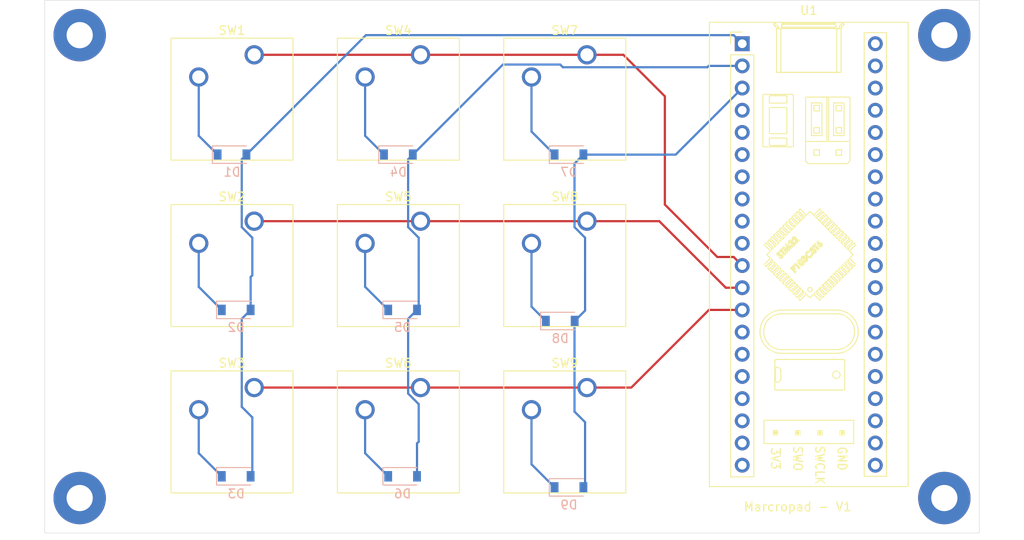
<source format=kicad_pcb>
(kicad_pcb (version 20171130) (host pcbnew 5.1.8)

  (general
    (thickness 1.6)
    (drawings 6)
    (tracks 79)
    (zones 0)
    (modules 23)
    (nets 50)
  )

  (page A4)
  (layers
    (0 F.Cu signal)
    (31 B.Cu signal)
    (32 B.Adhes user)
    (33 F.Adhes user)
    (34 B.Paste user)
    (35 F.Paste user)
    (36 B.SilkS user)
    (37 F.SilkS user)
    (38 B.Mask user)
    (39 F.Mask user)
    (40 Dwgs.User user)
    (41 Cmts.User user)
    (42 Eco1.User user)
    (43 Eco2.User user)
    (44 Edge.Cuts user)
    (45 Margin user)
    (46 B.CrtYd user)
    (47 F.CrtYd user)
    (48 B.Fab user)
    (49 F.Fab user)
  )

  (setup
    (last_trace_width 0.25)
    (trace_clearance 0.2)
    (zone_clearance 0.508)
    (zone_45_only no)
    (trace_min 0.2)
    (via_size 0.8)
    (via_drill 0.4)
    (via_min_size 0.4)
    (via_min_drill 0.3)
    (uvia_size 0.3)
    (uvia_drill 0.1)
    (uvias_allowed no)
    (uvia_min_size 0.2)
    (uvia_min_drill 0.1)
    (edge_width 0.05)
    (segment_width 0.2)
    (pcb_text_width 0.3)
    (pcb_text_size 1.5 1.5)
    (mod_edge_width 0.12)
    (mod_text_size 1 1)
    (mod_text_width 0.15)
    (pad_size 1.524 1.524)
    (pad_drill 0.762)
    (pad_to_mask_clearance 0)
    (aux_axis_origin 0 0)
    (visible_elements FFFFEF7F)
    (pcbplotparams
      (layerselection 0x010fc_ffffffff)
      (usegerberextensions false)
      (usegerberattributes true)
      (usegerberadvancedattributes true)
      (creategerberjobfile true)
      (excludeedgelayer true)
      (linewidth 0.100000)
      (plotframeref false)
      (viasonmask false)
      (mode 1)
      (useauxorigin false)
      (hpglpennumber 1)
      (hpglpenspeed 20)
      (hpglpendiameter 15.000000)
      (psnegative false)
      (psa4output false)
      (plotreference true)
      (plotvalue true)
      (plotinvisibletext false)
      (padsonsilk false)
      (subtractmaskfromsilk false)
      (outputformat 1)
      (mirror false)
      (drillshape 1)
      (scaleselection 1)
      (outputdirectory ""))
  )

  (net 0 "")
  (net 1 /Col1)
  (net 2 "Net-(D1-Pad1)")
  (net 3 "Net-(D2-Pad1)")
  (net 4 "Net-(D3-Pad1)")
  (net 5 /Col2)
  (net 6 "Net-(D4-Pad1)")
  (net 7 "Net-(D5-Pad1)")
  (net 8 "Net-(D6-Pad1)")
  (net 9 /Col3)
  (net 10 "Net-(D7-Pad1)")
  (net 11 "Net-(D8-Pad1)")
  (net 12 "Net-(D9-Pad1)")
  (net 13 /Row1)
  (net 14 /Row2)
  (net 15 /Row3)
  (net 16 "Net-(U1-Pad40)")
  (net 17 "Net-(U1-Pad39)")
  (net 18 "Net-(U1-Pad38)")
  (net 19 "Net-(U1-Pad37)")
  (net 20 "Net-(U1-Pad4)")
  (net 21 "Net-(U1-Pad36)")
  (net 22 "Net-(U1-Pad5)")
  (net 23 "Net-(U1-Pad35)")
  (net 24 "Net-(U1-Pad6)")
  (net 25 "Net-(U1-Pad34)")
  (net 26 "Net-(U1-Pad7)")
  (net 27 "Net-(U1-Pad33)")
  (net 28 "Net-(U1-Pad8)")
  (net 29 "Net-(U1-Pad32)")
  (net 30 "Net-(U1-Pad9)")
  (net 31 "Net-(U1-Pad31)")
  (net 32 "Net-(U1-Pad10)")
  (net 33 "Net-(U1-Pad30)")
  (net 34 "Net-(U1-Pad29)")
  (net 35 "Net-(U1-Pad28)")
  (net 36 "Net-(U1-Pad27)")
  (net 37 "Net-(U1-Pad14)")
  (net 38 "Net-(U1-Pad26)")
  (net 39 "Net-(U1-Pad15)")
  (net 40 "Net-(U1-Pad25)")
  (net 41 "Net-(U1-Pad16)")
  (net 42 "Net-(U1-Pad24)")
  (net 43 "Net-(U1-Pad17)")
  (net 44 "Net-(U1-Pad23)")
  (net 45 "Net-(U1-Pad18)")
  (net 46 "Net-(U1-Pad22)")
  (net 47 "Net-(U1-Pad19)")
  (net 48 "Net-(U1-Pad21)")
  (net 49 "Net-(U1-Pad20)")

  (net_class Default "This is the default net class."
    (clearance 0.2)
    (trace_width 0.25)
    (via_dia 0.8)
    (via_drill 0.4)
    (uvia_dia 0.3)
    (uvia_drill 0.1)
    (add_net /Col1)
    (add_net /Col2)
    (add_net /Col3)
    (add_net /Row1)
    (add_net /Row2)
    (add_net /Row3)
    (add_net "Net-(D1-Pad1)")
    (add_net "Net-(D2-Pad1)")
    (add_net "Net-(D3-Pad1)")
    (add_net "Net-(D4-Pad1)")
    (add_net "Net-(D5-Pad1)")
    (add_net "Net-(D6-Pad1)")
    (add_net "Net-(D7-Pad1)")
    (add_net "Net-(D8-Pad1)")
    (add_net "Net-(D9-Pad1)")
    (add_net "Net-(U1-Pad10)")
    (add_net "Net-(U1-Pad14)")
    (add_net "Net-(U1-Pad15)")
    (add_net "Net-(U1-Pad16)")
    (add_net "Net-(U1-Pad17)")
    (add_net "Net-(U1-Pad18)")
    (add_net "Net-(U1-Pad19)")
    (add_net "Net-(U1-Pad20)")
    (add_net "Net-(U1-Pad21)")
    (add_net "Net-(U1-Pad22)")
    (add_net "Net-(U1-Pad23)")
    (add_net "Net-(U1-Pad24)")
    (add_net "Net-(U1-Pad25)")
    (add_net "Net-(U1-Pad26)")
    (add_net "Net-(U1-Pad27)")
    (add_net "Net-(U1-Pad28)")
    (add_net "Net-(U1-Pad29)")
    (add_net "Net-(U1-Pad30)")
    (add_net "Net-(U1-Pad31)")
    (add_net "Net-(U1-Pad32)")
    (add_net "Net-(U1-Pad33)")
    (add_net "Net-(U1-Pad34)")
    (add_net "Net-(U1-Pad35)")
    (add_net "Net-(U1-Pad36)")
    (add_net "Net-(U1-Pad37)")
    (add_net "Net-(U1-Pad38)")
    (add_net "Net-(U1-Pad39)")
    (add_net "Net-(U1-Pad4)")
    (add_net "Net-(U1-Pad40)")
    (add_net "Net-(U1-Pad5)")
    (add_net "Net-(U1-Pad6)")
    (add_net "Net-(U1-Pad7)")
    (add_net "Net-(U1-Pad8)")
    (add_net "Net-(U1-Pad9)")
  )

  (module Button_Switch_Keyboard:SW_Cherry_MX_1.00u_PCB (layer F.Cu) (tedit 5A02FE24) (tstamp 5FFF6ED5)
    (at 93.98 95.25)
    (descr "Cherry MX keyswitch, 1.00u, PCB mount, http://cherryamericas.com/wp-content/uploads/2014/12/mx_cat.pdf")
    (tags "Cherry MX keyswitch 1.00u PCB")
    (path /5FFE1E5C)
    (fp_text reference SW1 (at -2.54 -2.794) (layer F.SilkS)
      (effects (font (size 1 1) (thickness 0.15)))
    )
    (fp_text value SW_Push (at -2.54 12.954) (layer F.Fab)
      (effects (font (size 1 1) (thickness 0.15)))
    )
    (fp_line (start -8.89 -1.27) (end 3.81 -1.27) (layer F.Fab) (width 0.1))
    (fp_line (start 3.81 -1.27) (end 3.81 11.43) (layer F.Fab) (width 0.1))
    (fp_line (start 3.81 11.43) (end -8.89 11.43) (layer F.Fab) (width 0.1))
    (fp_line (start -8.89 11.43) (end -8.89 -1.27) (layer F.Fab) (width 0.1))
    (fp_line (start -9.14 11.68) (end -9.14 -1.52) (layer F.CrtYd) (width 0.05))
    (fp_line (start 4.06 11.68) (end -9.14 11.68) (layer F.CrtYd) (width 0.05))
    (fp_line (start 4.06 -1.52) (end 4.06 11.68) (layer F.CrtYd) (width 0.05))
    (fp_line (start -9.14 -1.52) (end 4.06 -1.52) (layer F.CrtYd) (width 0.05))
    (fp_line (start -12.065 -4.445) (end 6.985 -4.445) (layer Dwgs.User) (width 0.15))
    (fp_line (start 6.985 -4.445) (end 6.985 14.605) (layer Dwgs.User) (width 0.15))
    (fp_line (start 6.985 14.605) (end -12.065 14.605) (layer Dwgs.User) (width 0.15))
    (fp_line (start -12.065 14.605) (end -12.065 -4.445) (layer Dwgs.User) (width 0.15))
    (fp_line (start -9.525 -1.905) (end 4.445 -1.905) (layer F.SilkS) (width 0.12))
    (fp_line (start 4.445 -1.905) (end 4.445 12.065) (layer F.SilkS) (width 0.12))
    (fp_line (start 4.445 12.065) (end -9.525 12.065) (layer F.SilkS) (width 0.12))
    (fp_line (start -9.525 12.065) (end -9.525 -1.905) (layer F.SilkS) (width 0.12))
    (fp_text user %R (at -2.54 -2.794) (layer F.Fab)
      (effects (font (size 1 1) (thickness 0.15)))
    )
    (pad 1 thru_hole circle (at 0 0) (size 2.2 2.2) (drill 1.5) (layers *.Cu *.Mask)
      (net 13 /Row1))
    (pad 2 thru_hole circle (at -6.35 2.54) (size 2.2 2.2) (drill 1.5) (layers *.Cu *.Mask)
      (net 2 "Net-(D1-Pad1)"))
    (pad "" np_thru_hole circle (at -2.54 5.08) (size 4 4) (drill 4) (layers *.Cu *.Mask))
    (pad "" np_thru_hole circle (at -7.62 5.08) (size 1.7 1.7) (drill 1.7) (layers *.Cu *.Mask))
    (pad "" np_thru_hole circle (at 2.54 5.08) (size 1.7 1.7) (drill 1.7) (layers *.Cu *.Mask))
    (model ${KISYS3DMOD}/Button_Switch_Keyboard.3dshapes/SW_Cherry_MX_1.00u_PCB.wrl
      (at (xyz 0 0 0))
      (scale (xyz 1 1 1))
      (rotate (xyz 0 0 0))
    )
  )

  (module MountingHole:MountingHole_3mm_Pad (layer F.Cu) (tedit 56D1B4CB) (tstamp 6003108D)
    (at 173 93)
    (descr "Mounting Hole 3mm")
    (tags "mounting hole 3mm")
    (attr virtual)
    (fp_text reference REF** (at 0 -4) (layer F.SilkS) hide
      (effects (font (size 1 1) (thickness 0.15)))
    )
    (fp_text value MountingHole_3mm_Pad (at 0 4) (layer F.Fab)
      (effects (font (size 1 1) (thickness 0.15)))
    )
    (fp_circle (center 0 0) (end 3 0) (layer Cmts.User) (width 0.15))
    (fp_circle (center 0 0) (end 3.25 0) (layer F.CrtYd) (width 0.05))
    (fp_text user %R (at 0.3 0) (layer F.Fab)
      (effects (font (size 1 1) (thickness 0.15)))
    )
    (pad 1 thru_hole circle (at 0 0) (size 6 6) (drill 3) (layers *.Cu *.Mask))
  )

  (module MountingHole:MountingHole_3mm_Pad (layer F.Cu) (tedit 56D1B4CB) (tstamp 60031070)
    (at 173 146)
    (descr "Mounting Hole 3mm")
    (tags "mounting hole 3mm")
    (attr virtual)
    (fp_text reference REF** (at 0 -4) (layer F.SilkS) hide
      (effects (font (size 1 1) (thickness 0.15)))
    )
    (fp_text value MountingHole_3mm_Pad (at 0 4) (layer F.Fab)
      (effects (font (size 1 1) (thickness 0.15)))
    )
    (fp_circle (center 0 0) (end 3 0) (layer Cmts.User) (width 0.15))
    (fp_circle (center 0 0) (end 3.25 0) (layer F.CrtYd) (width 0.05))
    (fp_text user %R (at 0.3 0) (layer F.Fab)
      (effects (font (size 1 1) (thickness 0.15)))
    )
    (pad 1 thru_hole circle (at 0 0) (size 6 6) (drill 3) (layers *.Cu *.Mask))
  )

  (module MountingHole:MountingHole_3mm_Pad (layer F.Cu) (tedit 56D1B4CB) (tstamp 60031053)
    (at 74 146)
    (descr "Mounting Hole 3mm")
    (tags "mounting hole 3mm")
    (attr virtual)
    (fp_text reference REF** (at 0 -5) (layer F.SilkS) hide
      (effects (font (size 1 1) (thickness 0.15)))
    )
    (fp_text value MountingHole_3mm_Pad (at 0 4) (layer F.Fab)
      (effects (font (size 1 1) (thickness 0.15)))
    )
    (fp_circle (center 0 0) (end 3 0) (layer Cmts.User) (width 0.15))
    (fp_circle (center 0 0) (end 3.25 0) (layer F.CrtYd) (width 0.05))
    (fp_text user %R (at 0.3 0) (layer F.Fab)
      (effects (font (size 1 1) (thickness 0.15)))
    )
    (pad 1 thru_hole circle (at 0 0) (size 6 6) (drill 3) (layers *.Cu *.Mask))
  )

  (module MountingHole:MountingHole_3mm_Pad (layer F.Cu) (tedit 56D1B4CB) (tstamp 60031036)
    (at 74 93)
    (descr "Mounting Hole 3mm")
    (tags "mounting hole 3mm")
    (attr virtual)
    (fp_text reference REF** (at 0 -4) (layer F.SilkS) hide
      (effects (font (size 1 1) (thickness 0.15)))
    )
    (fp_text value MountingHole_3mm_Pad (at 0 4) (layer F.Fab)
      (effects (font (size 1 1) (thickness 0.15)))
    )
    (fp_circle (center 0 0) (end 3 0) (layer Cmts.User) (width 0.15))
    (fp_circle (center 0 0) (end 3.25 0) (layer F.CrtYd) (width 0.05))
    (fp_text user %R (at 0.3 0) (layer F.Fab)
      (effects (font (size 1 1) (thickness 0.15)))
    )
    (pad 1 thru_hole circle (at 0 0) (size 6 6) (drill 3) (layers *.Cu *.Mask))
  )

  (module Button_Switch_Keyboard:SW_Cherry_MX_1.00u_PCB (layer F.Cu) (tedit 5A02FE24) (tstamp 5FFF6EEF)
    (at 93.98 114.3)
    (descr "Cherry MX keyswitch, 1.00u, PCB mount, http://cherryamericas.com/wp-content/uploads/2014/12/mx_cat.pdf")
    (tags "Cherry MX keyswitch 1.00u PCB")
    (path /6002B1E1)
    (fp_text reference SW2 (at -2.54 -2.794) (layer F.SilkS)
      (effects (font (size 1 1) (thickness 0.15)))
    )
    (fp_text value SW_Push (at -2.54 12.954) (layer F.Fab)
      (effects (font (size 1 1) (thickness 0.15)))
    )
    (fp_line (start -9.525 12.065) (end -9.525 -1.905) (layer F.SilkS) (width 0.12))
    (fp_line (start 4.445 12.065) (end -9.525 12.065) (layer F.SilkS) (width 0.12))
    (fp_line (start 4.445 -1.905) (end 4.445 12.065) (layer F.SilkS) (width 0.12))
    (fp_line (start -9.525 -1.905) (end 4.445 -1.905) (layer F.SilkS) (width 0.12))
    (fp_line (start -12.065 14.605) (end -12.065 -4.445) (layer Dwgs.User) (width 0.15))
    (fp_line (start 6.985 14.605) (end -12.065 14.605) (layer Dwgs.User) (width 0.15))
    (fp_line (start 6.985 -4.445) (end 6.985 14.605) (layer Dwgs.User) (width 0.15))
    (fp_line (start -12.065 -4.445) (end 6.985 -4.445) (layer Dwgs.User) (width 0.15))
    (fp_line (start -9.14 -1.52) (end 4.06 -1.52) (layer F.CrtYd) (width 0.05))
    (fp_line (start 4.06 -1.52) (end 4.06 11.68) (layer F.CrtYd) (width 0.05))
    (fp_line (start 4.06 11.68) (end -9.14 11.68) (layer F.CrtYd) (width 0.05))
    (fp_line (start -9.14 11.68) (end -9.14 -1.52) (layer F.CrtYd) (width 0.05))
    (fp_line (start -8.89 11.43) (end -8.89 -1.27) (layer F.Fab) (width 0.1))
    (fp_line (start 3.81 11.43) (end -8.89 11.43) (layer F.Fab) (width 0.1))
    (fp_line (start 3.81 -1.27) (end 3.81 11.43) (layer F.Fab) (width 0.1))
    (fp_line (start -8.89 -1.27) (end 3.81 -1.27) (layer F.Fab) (width 0.1))
    (fp_text user %R (at -2.54 -2.794) (layer F.Fab)
      (effects (font (size 1 1) (thickness 0.15)))
    )
    (pad "" np_thru_hole circle (at 2.54 5.08) (size 1.7 1.7) (drill 1.7) (layers *.Cu *.Mask))
    (pad "" np_thru_hole circle (at -7.62 5.08) (size 1.7 1.7) (drill 1.7) (layers *.Cu *.Mask))
    (pad "" np_thru_hole circle (at -2.54 5.08) (size 4 4) (drill 4) (layers *.Cu *.Mask))
    (pad 2 thru_hole circle (at -6.35 2.54) (size 2.2 2.2) (drill 1.5) (layers *.Cu *.Mask)
      (net 3 "Net-(D2-Pad1)"))
    (pad 1 thru_hole circle (at 0 0) (size 2.2 2.2) (drill 1.5) (layers *.Cu *.Mask)
      (net 14 /Row2))
    (model ${KISYS3DMOD}/Button_Switch_Keyboard.3dshapes/SW_Cherry_MX_1.00u_PCB.wrl
      (at (xyz 0 0 0))
      (scale (xyz 1 1 1))
      (rotate (xyz 0 0 0))
    )
  )

  (module Button_Switch_Keyboard:SW_Cherry_MX_1.00u_PCB (layer F.Cu) (tedit 5A02FE24) (tstamp 5FFF6F09)
    (at 93.98 133.35)
    (descr "Cherry MX keyswitch, 1.00u, PCB mount, http://cherryamericas.com/wp-content/uploads/2014/12/mx_cat.pdf")
    (tags "Cherry MX keyswitch 1.00u PCB")
    (path /6003E27E)
    (fp_text reference SW3 (at -2.54 -2.794) (layer F.SilkS)
      (effects (font (size 1 1) (thickness 0.15)))
    )
    (fp_text value SW_Push (at -2.54 12.954) (layer F.Fab)
      (effects (font (size 1 1) (thickness 0.15)))
    )
    (fp_line (start -9.525 12.065) (end -9.525 -1.905) (layer F.SilkS) (width 0.12))
    (fp_line (start 4.445 12.065) (end -9.525 12.065) (layer F.SilkS) (width 0.12))
    (fp_line (start 4.445 -1.905) (end 4.445 12.065) (layer F.SilkS) (width 0.12))
    (fp_line (start -9.525 -1.905) (end 4.445 -1.905) (layer F.SilkS) (width 0.12))
    (fp_line (start -12.065 14.605) (end -12.065 -4.445) (layer Dwgs.User) (width 0.15))
    (fp_line (start 6.985 14.605) (end -12.065 14.605) (layer Dwgs.User) (width 0.15))
    (fp_line (start 6.985 -4.445) (end 6.985 14.605) (layer Dwgs.User) (width 0.15))
    (fp_line (start -12.065 -4.445) (end 6.985 -4.445) (layer Dwgs.User) (width 0.15))
    (fp_line (start -9.14 -1.52) (end 4.06 -1.52) (layer F.CrtYd) (width 0.05))
    (fp_line (start 4.06 -1.52) (end 4.06 11.68) (layer F.CrtYd) (width 0.05))
    (fp_line (start 4.06 11.68) (end -9.14 11.68) (layer F.CrtYd) (width 0.05))
    (fp_line (start -9.14 11.68) (end -9.14 -1.52) (layer F.CrtYd) (width 0.05))
    (fp_line (start -8.89 11.43) (end -8.89 -1.27) (layer F.Fab) (width 0.1))
    (fp_line (start 3.81 11.43) (end -8.89 11.43) (layer F.Fab) (width 0.1))
    (fp_line (start 3.81 -1.27) (end 3.81 11.43) (layer F.Fab) (width 0.1))
    (fp_line (start -8.89 -1.27) (end 3.81 -1.27) (layer F.Fab) (width 0.1))
    (fp_text user %R (at -2.54 -2.794) (layer F.Fab)
      (effects (font (size 1 1) (thickness 0.15)))
    )
    (pad "" np_thru_hole circle (at 2.54 5.08) (size 1.7 1.7) (drill 1.7) (layers *.Cu *.Mask))
    (pad "" np_thru_hole circle (at -7.62 5.08) (size 1.7 1.7) (drill 1.7) (layers *.Cu *.Mask))
    (pad "" np_thru_hole circle (at -2.54 5.08) (size 4 4) (drill 4) (layers *.Cu *.Mask))
    (pad 2 thru_hole circle (at -6.35 2.54) (size 2.2 2.2) (drill 1.5) (layers *.Cu *.Mask)
      (net 4 "Net-(D3-Pad1)"))
    (pad 1 thru_hole circle (at 0 0) (size 2.2 2.2) (drill 1.5) (layers *.Cu *.Mask)
      (net 15 /Row3))
    (model ${KISYS3DMOD}/Button_Switch_Keyboard.3dshapes/SW_Cherry_MX_1.00u_PCB.wrl
      (at (xyz 0 0 0))
      (scale (xyz 1 1 1))
      (rotate (xyz 0 0 0))
    )
  )

  (module Button_Switch_Keyboard:SW_Cherry_MX_1.00u_PCB (layer F.Cu) (tedit 5A02FE24) (tstamp 5FFF6F23)
    (at 113.03 95.25)
    (descr "Cherry MX keyswitch, 1.00u, PCB mount, http://cherryamericas.com/wp-content/uploads/2014/12/mx_cat.pdf")
    (tags "Cherry MX keyswitch 1.00u PCB")
    (path /600163B3)
    (fp_text reference SW4 (at -2.54 -2.794) (layer F.SilkS)
      (effects (font (size 1 1) (thickness 0.15)))
    )
    (fp_text value SW_Push (at -2.54 12.954) (layer F.Fab)
      (effects (font (size 1 1) (thickness 0.15)))
    )
    (fp_line (start -9.525 12.065) (end -9.525 -1.905) (layer F.SilkS) (width 0.12))
    (fp_line (start 4.445 12.065) (end -9.525 12.065) (layer F.SilkS) (width 0.12))
    (fp_line (start 4.445 -1.905) (end 4.445 12.065) (layer F.SilkS) (width 0.12))
    (fp_line (start -9.525 -1.905) (end 4.445 -1.905) (layer F.SilkS) (width 0.12))
    (fp_line (start -12.065 14.605) (end -12.065 -4.445) (layer Dwgs.User) (width 0.15))
    (fp_line (start 6.985 14.605) (end -12.065 14.605) (layer Dwgs.User) (width 0.15))
    (fp_line (start 6.985 -4.445) (end 6.985 14.605) (layer Dwgs.User) (width 0.15))
    (fp_line (start -12.065 -4.445) (end 6.985 -4.445) (layer Dwgs.User) (width 0.15))
    (fp_line (start -9.14 -1.52) (end 4.06 -1.52) (layer F.CrtYd) (width 0.05))
    (fp_line (start 4.06 -1.52) (end 4.06 11.68) (layer F.CrtYd) (width 0.05))
    (fp_line (start 4.06 11.68) (end -9.14 11.68) (layer F.CrtYd) (width 0.05))
    (fp_line (start -9.14 11.68) (end -9.14 -1.52) (layer F.CrtYd) (width 0.05))
    (fp_line (start -8.89 11.43) (end -8.89 -1.27) (layer F.Fab) (width 0.1))
    (fp_line (start 3.81 11.43) (end -8.89 11.43) (layer F.Fab) (width 0.1))
    (fp_line (start 3.81 -1.27) (end 3.81 11.43) (layer F.Fab) (width 0.1))
    (fp_line (start -8.89 -1.27) (end 3.81 -1.27) (layer F.Fab) (width 0.1))
    (fp_text user %R (at -2.54 -2.794) (layer F.Fab)
      (effects (font (size 1 1) (thickness 0.15)))
    )
    (pad "" np_thru_hole circle (at 2.54 5.08) (size 1.7 1.7) (drill 1.7) (layers *.Cu *.Mask))
    (pad "" np_thru_hole circle (at -7.62 5.08) (size 1.7 1.7) (drill 1.7) (layers *.Cu *.Mask))
    (pad "" np_thru_hole circle (at -2.54 5.08) (size 4 4) (drill 4) (layers *.Cu *.Mask))
    (pad 2 thru_hole circle (at -6.35 2.54) (size 2.2 2.2) (drill 1.5) (layers *.Cu *.Mask)
      (net 6 "Net-(D4-Pad1)"))
    (pad 1 thru_hole circle (at 0 0) (size 2.2 2.2) (drill 1.5) (layers *.Cu *.Mask)
      (net 13 /Row1))
    (model ${KISYS3DMOD}/Button_Switch_Keyboard.3dshapes/SW_Cherry_MX_1.00u_PCB.wrl
      (at (xyz 0 0 0))
      (scale (xyz 1 1 1))
      (rotate (xyz 0 0 0))
    )
  )

  (module Button_Switch_Keyboard:SW_Cherry_MX_1.00u_PCB (layer F.Cu) (tedit 5A02FE24) (tstamp 5FFF6F3D)
    (at 113.03 114.3)
    (descr "Cherry MX keyswitch, 1.00u, PCB mount, http://cherryamericas.com/wp-content/uploads/2014/12/mx_cat.pdf")
    (tags "Cherry MX keyswitch 1.00u PCB")
    (path /6002B1EF)
    (fp_text reference SW5 (at -2.54 -2.794) (layer F.SilkS)
      (effects (font (size 1 1) (thickness 0.15)))
    )
    (fp_text value SW_Push (at -2.54 12.954) (layer F.Fab)
      (effects (font (size 1 1) (thickness 0.15)))
    )
    (fp_line (start -8.89 -1.27) (end 3.81 -1.27) (layer F.Fab) (width 0.1))
    (fp_line (start 3.81 -1.27) (end 3.81 11.43) (layer F.Fab) (width 0.1))
    (fp_line (start 3.81 11.43) (end -8.89 11.43) (layer F.Fab) (width 0.1))
    (fp_line (start -8.89 11.43) (end -8.89 -1.27) (layer F.Fab) (width 0.1))
    (fp_line (start -9.14 11.68) (end -9.14 -1.52) (layer F.CrtYd) (width 0.05))
    (fp_line (start 4.06 11.68) (end -9.14 11.68) (layer F.CrtYd) (width 0.05))
    (fp_line (start 4.06 -1.52) (end 4.06 11.68) (layer F.CrtYd) (width 0.05))
    (fp_line (start -9.14 -1.52) (end 4.06 -1.52) (layer F.CrtYd) (width 0.05))
    (fp_line (start -12.065 -4.445) (end 6.985 -4.445) (layer Dwgs.User) (width 0.15))
    (fp_line (start 6.985 -4.445) (end 6.985 14.605) (layer Dwgs.User) (width 0.15))
    (fp_line (start 6.985 14.605) (end -12.065 14.605) (layer Dwgs.User) (width 0.15))
    (fp_line (start -12.065 14.605) (end -12.065 -4.445) (layer Dwgs.User) (width 0.15))
    (fp_line (start -9.525 -1.905) (end 4.445 -1.905) (layer F.SilkS) (width 0.12))
    (fp_line (start 4.445 -1.905) (end 4.445 12.065) (layer F.SilkS) (width 0.12))
    (fp_line (start 4.445 12.065) (end -9.525 12.065) (layer F.SilkS) (width 0.12))
    (fp_line (start -9.525 12.065) (end -9.525 -1.905) (layer F.SilkS) (width 0.12))
    (fp_text user %R (at -2.54 -2.794) (layer F.Fab)
      (effects (font (size 1 1) (thickness 0.15)))
    )
    (pad 1 thru_hole circle (at 0 0) (size 2.2 2.2) (drill 1.5) (layers *.Cu *.Mask)
      (net 14 /Row2))
    (pad 2 thru_hole circle (at -6.35 2.54) (size 2.2 2.2) (drill 1.5) (layers *.Cu *.Mask)
      (net 7 "Net-(D5-Pad1)"))
    (pad "" np_thru_hole circle (at -2.54 5.08) (size 4 4) (drill 4) (layers *.Cu *.Mask))
    (pad "" np_thru_hole circle (at -7.62 5.08) (size 1.7 1.7) (drill 1.7) (layers *.Cu *.Mask))
    (pad "" np_thru_hole circle (at 2.54 5.08) (size 1.7 1.7) (drill 1.7) (layers *.Cu *.Mask))
    (model ${KISYS3DMOD}/Button_Switch_Keyboard.3dshapes/SW_Cherry_MX_1.00u_PCB.wrl
      (at (xyz 0 0 0))
      (scale (xyz 1 1 1))
      (rotate (xyz 0 0 0))
    )
  )

  (module Button_Switch_Keyboard:SW_Cherry_MX_1.00u_PCB (layer F.Cu) (tedit 5A02FE24) (tstamp 5FFF6F57)
    (at 113.03 133.35)
    (descr "Cherry MX keyswitch, 1.00u, PCB mount, http://cherryamericas.com/wp-content/uploads/2014/12/mx_cat.pdf")
    (tags "Cherry MX keyswitch 1.00u PCB")
    (path /6003E28C)
    (fp_text reference SW6 (at -2.54 -2.794) (layer F.SilkS)
      (effects (font (size 1 1) (thickness 0.15)))
    )
    (fp_text value SW_Push (at -2.54 12.954) (layer F.Fab)
      (effects (font (size 1 1) (thickness 0.15)))
    )
    (fp_line (start -8.89 -1.27) (end 3.81 -1.27) (layer F.Fab) (width 0.1))
    (fp_line (start 3.81 -1.27) (end 3.81 11.43) (layer F.Fab) (width 0.1))
    (fp_line (start 3.81 11.43) (end -8.89 11.43) (layer F.Fab) (width 0.1))
    (fp_line (start -8.89 11.43) (end -8.89 -1.27) (layer F.Fab) (width 0.1))
    (fp_line (start -9.14 11.68) (end -9.14 -1.52) (layer F.CrtYd) (width 0.05))
    (fp_line (start 4.06 11.68) (end -9.14 11.68) (layer F.CrtYd) (width 0.05))
    (fp_line (start 4.06 -1.52) (end 4.06 11.68) (layer F.CrtYd) (width 0.05))
    (fp_line (start -9.14 -1.52) (end 4.06 -1.52) (layer F.CrtYd) (width 0.05))
    (fp_line (start -12.065 -4.445) (end 6.985 -4.445) (layer Dwgs.User) (width 0.15))
    (fp_line (start 6.985 -4.445) (end 6.985 14.605) (layer Dwgs.User) (width 0.15))
    (fp_line (start 6.985 14.605) (end -12.065 14.605) (layer Dwgs.User) (width 0.15))
    (fp_line (start -12.065 14.605) (end -12.065 -4.445) (layer Dwgs.User) (width 0.15))
    (fp_line (start -9.525 -1.905) (end 4.445 -1.905) (layer F.SilkS) (width 0.12))
    (fp_line (start 4.445 -1.905) (end 4.445 12.065) (layer F.SilkS) (width 0.12))
    (fp_line (start 4.445 12.065) (end -9.525 12.065) (layer F.SilkS) (width 0.12))
    (fp_line (start -9.525 12.065) (end -9.525 -1.905) (layer F.SilkS) (width 0.12))
    (fp_text user %R (at -2.54 -2.794) (layer F.Fab)
      (effects (font (size 1 1) (thickness 0.15)))
    )
    (pad 1 thru_hole circle (at 0 0) (size 2.2 2.2) (drill 1.5) (layers *.Cu *.Mask)
      (net 15 /Row3))
    (pad 2 thru_hole circle (at -6.35 2.54) (size 2.2 2.2) (drill 1.5) (layers *.Cu *.Mask)
      (net 8 "Net-(D6-Pad1)"))
    (pad "" np_thru_hole circle (at -2.54 5.08) (size 4 4) (drill 4) (layers *.Cu *.Mask))
    (pad "" np_thru_hole circle (at -7.62 5.08) (size 1.7 1.7) (drill 1.7) (layers *.Cu *.Mask))
    (pad "" np_thru_hole circle (at 2.54 5.08) (size 1.7 1.7) (drill 1.7) (layers *.Cu *.Mask))
    (model ${KISYS3DMOD}/Button_Switch_Keyboard.3dshapes/SW_Cherry_MX_1.00u_PCB.wrl
      (at (xyz 0 0 0))
      (scale (xyz 1 1 1))
      (rotate (xyz 0 0 0))
    )
  )

  (module Button_Switch_Keyboard:SW_Cherry_MX_1.00u_PCB (layer F.Cu) (tedit 5A02FE24) (tstamp 5FFF6F71)
    (at 132.08 95.25)
    (descr "Cherry MX keyswitch, 1.00u, PCB mount, http://cherryamericas.com/wp-content/uploads/2014/12/mx_cat.pdf")
    (tags "Cherry MX keyswitch 1.00u PCB")
    (path /600184A6)
    (fp_text reference SW7 (at -2.54 -2.794) (layer F.SilkS)
      (effects (font (size 1 1) (thickness 0.15)))
    )
    (fp_text value SW_Push (at -2.54 12.954) (layer F.Fab)
      (effects (font (size 1 1) (thickness 0.15)))
    )
    (fp_line (start -8.89 -1.27) (end 3.81 -1.27) (layer F.Fab) (width 0.1))
    (fp_line (start 3.81 -1.27) (end 3.81 11.43) (layer F.Fab) (width 0.1))
    (fp_line (start 3.81 11.43) (end -8.89 11.43) (layer F.Fab) (width 0.1))
    (fp_line (start -8.89 11.43) (end -8.89 -1.27) (layer F.Fab) (width 0.1))
    (fp_line (start -9.14 11.68) (end -9.14 -1.52) (layer F.CrtYd) (width 0.05))
    (fp_line (start 4.06 11.68) (end -9.14 11.68) (layer F.CrtYd) (width 0.05))
    (fp_line (start 4.06 -1.52) (end 4.06 11.68) (layer F.CrtYd) (width 0.05))
    (fp_line (start -9.14 -1.52) (end 4.06 -1.52) (layer F.CrtYd) (width 0.05))
    (fp_line (start -12.065 -4.445) (end 6.985 -4.445) (layer Dwgs.User) (width 0.15))
    (fp_line (start 6.985 -4.445) (end 6.985 14.605) (layer Dwgs.User) (width 0.15))
    (fp_line (start 6.985 14.605) (end -12.065 14.605) (layer Dwgs.User) (width 0.15))
    (fp_line (start -12.065 14.605) (end -12.065 -4.445) (layer Dwgs.User) (width 0.15))
    (fp_line (start -9.525 -1.905) (end 4.445 -1.905) (layer F.SilkS) (width 0.12))
    (fp_line (start 4.445 -1.905) (end 4.445 12.065) (layer F.SilkS) (width 0.12))
    (fp_line (start 4.445 12.065) (end -9.525 12.065) (layer F.SilkS) (width 0.12))
    (fp_line (start -9.525 12.065) (end -9.525 -1.905) (layer F.SilkS) (width 0.12))
    (fp_text user %R (at -2.54 -2.794) (layer F.Fab)
      (effects (font (size 1 1) (thickness 0.15)))
    )
    (pad 1 thru_hole circle (at 0 0) (size 2.2 2.2) (drill 1.5) (layers *.Cu *.Mask)
      (net 13 /Row1))
    (pad 2 thru_hole circle (at -6.35 2.54) (size 2.2 2.2) (drill 1.5) (layers *.Cu *.Mask)
      (net 10 "Net-(D7-Pad1)"))
    (pad "" np_thru_hole circle (at -2.54 5.08) (size 4 4) (drill 4) (layers *.Cu *.Mask))
    (pad "" np_thru_hole circle (at -7.62 5.08) (size 1.7 1.7) (drill 1.7) (layers *.Cu *.Mask))
    (pad "" np_thru_hole circle (at 2.54 5.08) (size 1.7 1.7) (drill 1.7) (layers *.Cu *.Mask))
    (model ${KISYS3DMOD}/Button_Switch_Keyboard.3dshapes/SW_Cherry_MX_1.00u_PCB.wrl
      (at (xyz 0 0 0))
      (scale (xyz 1 1 1))
      (rotate (xyz 0 0 0))
    )
  )

  (module Button_Switch_Keyboard:SW_Cherry_MX_1.00u_PCB (layer F.Cu) (tedit 5A02FE24) (tstamp 5FFF6F8B)
    (at 132.08 114.3)
    (descr "Cherry MX keyswitch, 1.00u, PCB mount, http://cherryamericas.com/wp-content/uploads/2014/12/mx_cat.pdf")
    (tags "Cherry MX keyswitch 1.00u PCB")
    (path /6002B1FC)
    (fp_text reference SW8 (at -2.54 -2.794) (layer F.SilkS)
      (effects (font (size 1 1) (thickness 0.15)))
    )
    (fp_text value SW_Push (at -2.54 12.954) (layer F.Fab)
      (effects (font (size 1 1) (thickness 0.15)))
    )
    (fp_line (start -8.89 -1.27) (end 3.81 -1.27) (layer F.Fab) (width 0.1))
    (fp_line (start 3.81 -1.27) (end 3.81 11.43) (layer F.Fab) (width 0.1))
    (fp_line (start 3.81 11.43) (end -8.89 11.43) (layer F.Fab) (width 0.1))
    (fp_line (start -8.89 11.43) (end -8.89 -1.27) (layer F.Fab) (width 0.1))
    (fp_line (start -9.14 11.68) (end -9.14 -1.52) (layer F.CrtYd) (width 0.05))
    (fp_line (start 4.06 11.68) (end -9.14 11.68) (layer F.CrtYd) (width 0.05))
    (fp_line (start 4.06 -1.52) (end 4.06 11.68) (layer F.CrtYd) (width 0.05))
    (fp_line (start -9.14 -1.52) (end 4.06 -1.52) (layer F.CrtYd) (width 0.05))
    (fp_line (start -12.065 -4.445) (end 6.985 -4.445) (layer Dwgs.User) (width 0.15))
    (fp_line (start 6.985 -4.445) (end 6.985 14.605) (layer Dwgs.User) (width 0.15))
    (fp_line (start 6.985 14.605) (end -12.065 14.605) (layer Dwgs.User) (width 0.15))
    (fp_line (start -12.065 14.605) (end -12.065 -4.445) (layer Dwgs.User) (width 0.15))
    (fp_line (start -9.525 -1.905) (end 4.445 -1.905) (layer F.SilkS) (width 0.12))
    (fp_line (start 4.445 -1.905) (end 4.445 12.065) (layer F.SilkS) (width 0.12))
    (fp_line (start 4.445 12.065) (end -9.525 12.065) (layer F.SilkS) (width 0.12))
    (fp_line (start -9.525 12.065) (end -9.525 -1.905) (layer F.SilkS) (width 0.12))
    (fp_text user %R (at -2.54 -2.794) (layer F.Fab)
      (effects (font (size 1 1) (thickness 0.15)))
    )
    (pad 1 thru_hole circle (at 0 0) (size 2.2 2.2) (drill 1.5) (layers *.Cu *.Mask)
      (net 14 /Row2))
    (pad 2 thru_hole circle (at -6.35 2.54) (size 2.2 2.2) (drill 1.5) (layers *.Cu *.Mask)
      (net 11 "Net-(D8-Pad1)"))
    (pad "" np_thru_hole circle (at -2.54 5.08) (size 4 4) (drill 4) (layers *.Cu *.Mask))
    (pad "" np_thru_hole circle (at -7.62 5.08) (size 1.7 1.7) (drill 1.7) (layers *.Cu *.Mask))
    (pad "" np_thru_hole circle (at 2.54 5.08) (size 1.7 1.7) (drill 1.7) (layers *.Cu *.Mask))
    (model ${KISYS3DMOD}/Button_Switch_Keyboard.3dshapes/SW_Cherry_MX_1.00u_PCB.wrl
      (at (xyz 0 0 0))
      (scale (xyz 1 1 1))
      (rotate (xyz 0 0 0))
    )
  )

  (module Button_Switch_Keyboard:SW_Cherry_MX_1.00u_PCB (layer F.Cu) (tedit 5A02FE24) (tstamp 5FFF6FA5)
    (at 132.08 133.35)
    (descr "Cherry MX keyswitch, 1.00u, PCB mount, http://cherryamericas.com/wp-content/uploads/2014/12/mx_cat.pdf")
    (tags "Cherry MX keyswitch 1.00u PCB")
    (path /6003E299)
    (fp_text reference SW9 (at -2.54 -2.794) (layer F.SilkS)
      (effects (font (size 1 1) (thickness 0.15)))
    )
    (fp_text value SW_Push (at -2.54 12.954) (layer F.Fab)
      (effects (font (size 1 1) (thickness 0.15)))
    )
    (fp_line (start -9.525 12.065) (end -9.525 -1.905) (layer F.SilkS) (width 0.12))
    (fp_line (start 4.445 12.065) (end -9.525 12.065) (layer F.SilkS) (width 0.12))
    (fp_line (start 4.445 -1.905) (end 4.445 12.065) (layer F.SilkS) (width 0.12))
    (fp_line (start -9.525 -1.905) (end 4.445 -1.905) (layer F.SilkS) (width 0.12))
    (fp_line (start -12.065 14.605) (end -12.065 -4.445) (layer Dwgs.User) (width 0.15))
    (fp_line (start 6.985 14.605) (end -12.065 14.605) (layer Dwgs.User) (width 0.15))
    (fp_line (start 6.985 -4.445) (end 6.985 14.605) (layer Dwgs.User) (width 0.15))
    (fp_line (start -12.065 -4.445) (end 6.985 -4.445) (layer Dwgs.User) (width 0.15))
    (fp_line (start -9.14 -1.52) (end 4.06 -1.52) (layer F.CrtYd) (width 0.05))
    (fp_line (start 4.06 -1.52) (end 4.06 11.68) (layer F.CrtYd) (width 0.05))
    (fp_line (start 4.06 11.68) (end -9.14 11.68) (layer F.CrtYd) (width 0.05))
    (fp_line (start -9.14 11.68) (end -9.14 -1.52) (layer F.CrtYd) (width 0.05))
    (fp_line (start -8.89 11.43) (end -8.89 -1.27) (layer F.Fab) (width 0.1))
    (fp_line (start 3.81 11.43) (end -8.89 11.43) (layer F.Fab) (width 0.1))
    (fp_line (start 3.81 -1.27) (end 3.81 11.43) (layer F.Fab) (width 0.1))
    (fp_line (start -8.89 -1.27) (end 3.81 -1.27) (layer F.Fab) (width 0.1))
    (fp_text user %R (at -2.54 -2.794) (layer F.Fab)
      (effects (font (size 1 1) (thickness 0.15)))
    )
    (pad "" np_thru_hole circle (at 2.54 5.08) (size 1.7 1.7) (drill 1.7) (layers *.Cu *.Mask))
    (pad "" np_thru_hole circle (at -7.62 5.08) (size 1.7 1.7) (drill 1.7) (layers *.Cu *.Mask))
    (pad "" np_thru_hole circle (at -2.54 5.08) (size 4 4) (drill 4) (layers *.Cu *.Mask))
    (pad 2 thru_hole circle (at -6.35 2.54) (size 2.2 2.2) (drill 1.5) (layers *.Cu *.Mask)
      (net 12 "Net-(D9-Pad1)"))
    (pad 1 thru_hole circle (at 0 0) (size 2.2 2.2) (drill 1.5) (layers *.Cu *.Mask)
      (net 15 /Row3))
    (model ${KISYS3DMOD}/Button_Switch_Keyboard.3dshapes/SW_Cherry_MX_1.00u_PCB.wrl
      (at (xyz 0 0 0))
      (scale (xyz 1 1 1))
      (rotate (xyz 0 0 0))
    )
  )

  (module Footprints:YAAJ_BluePill_1 (layer F.Cu) (tedit 5F81AE08) (tstamp 5FFF7279)
    (at 149.86 93.98)
    (descr "Through hole headers for BluePill module. No SWD breakout. Fancy silkscreen.")
    (tags "module BlluePill Blue Pill header SWD breakout")
    (path /5FFDFAB8)
    (fp_text reference U1 (at 7.62 -3.81) (layer F.SilkS)
      (effects (font (size 1 1) (thickness 0.15)))
    )
    (fp_text value YAAJ_BluePill_Part_Like (at 20.32 24.765 90) (layer F.Fab) hide
      (effects (font (size 1 1) (thickness 0.15)))
    )
    (fp_line (start -1.33 -1.33) (end 0 -1.33) (layer F.SilkS) (width 0.12))
    (fp_line (start -1.33 0) (end -1.33 -1.33) (layer F.SilkS) (width 0.12))
    (fp_line (start 13.97 49.53) (end 13.97 -1.27) (layer F.SilkS) (width 0.12))
    (fp_line (start 16.51 49.53) (end 13.97 49.53) (layer F.SilkS) (width 0.12))
    (fp_line (start 16.51 -1.27) (end 16.51 49.53) (layer F.SilkS) (width 0.12))
    (fp_line (start 13.97 -1.27) (end 16.51 -1.27) (layer F.SilkS) (width 0.12))
    (fp_line (start -1.33 49.59) (end -1.33 1.27) (layer F.SilkS) (width 0.12))
    (fp_line (start 1.33 49.59) (end -1.33 49.59) (layer F.SilkS) (width 0.12))
    (fp_line (start 1.33 1.27) (end 1.33 49.59) (layer F.SilkS) (width 0.12))
    (fp_line (start -1.33 1.27) (end 1.33 1.27) (layer F.SilkS) (width 0.12))
    (fp_line (start 13.44 45.72) (end 13.44 50.06) (layer F.CrtYd) (width 0.05))
    (fp_line (start 13.44 -1.8) (end 13.44 45.72) (layer F.CrtYd) (width 0.05))
    (fp_line (start 1.8 45.72) (end 1.8 50.06) (layer F.CrtYd) (width 0.05))
    (fp_line (start 1.8 -1.8) (end 1.8 45.72) (layer F.CrtYd) (width 0.05))
    (fp_line (start 17.04 50.06) (end 13.44 50.06) (layer F.CrtYd) (width 0.05))
    (fp_line (start 17.04 -1.8) (end 17.04 50.06) (layer F.CrtYd) (width 0.05))
    (fp_line (start 13.44 -1.8) (end 17.04 -1.8) (layer F.CrtYd) (width 0.05))
    (fp_line (start 1.8 -1.8) (end -1.8 -1.8) (layer F.CrtYd) (width 0.05))
    (fp_line (start -1.8 50.06) (end 1.8 50.06) (layer F.CrtYd) (width 0.05))
    (fp_line (start -1.8 -1.8) (end -1.8 50.06) (layer F.CrtYd) (width 0.05))
    (fp_line (start -3.93 50.88) (end -3.93 -2.62) (layer F.CrtYd) (width 0.05))
    (fp_line (start 19.17 50.88) (end -3.93 50.88) (layer F.CrtYd) (width 0.05))
    (fp_line (start 19.17 -2.62) (end 19.17 50.88) (layer F.CrtYd) (width 0.05))
    (fp_line (start -3.93 -2.62) (end 19.17 -2.62) (layer F.CrtYd) (width 0.05))
    (fp_line (start -3.68 -2.37) (end 18.92 -2.37) (layer F.Fab) (width 0.12))
    (fp_line (start -3.68 50.63) (end -3.68 -2.32) (layer F.Fab) (width 0.12))
    (fp_line (start -3.68 50.63) (end 18.92 50.63) (layer F.Fab) (width 0.12))
    (fp_line (start 18.92 -2.37) (end 18.92 50.63) (layer F.Fab) (width 0.12))
    (fp_poly (pts (xy 11.18362 44.29506) (xy 11.18362 44.80306) (xy 11.69162 44.80306) (xy 11.69162 44.29506)) (layer F.SilkS) (width 0.1))
    (fp_poly (pts (xy 8.64362 44.29506) (xy 8.64362 44.80306) (xy 9.15162 44.80306) (xy 9.15162 44.29506)) (layer F.SilkS) (width 0.1))
    (fp_poly (pts (xy 6.10362 44.29506) (xy 6.10362 44.80306) (xy 6.61162 44.80306) (xy 6.61162 44.29506)) (layer F.SilkS) (width 0.1))
    (fp_poly (pts (xy 3.56362 44.29506) (xy 3.56362 44.80306) (xy 4.07162 44.80306) (xy 4.07162 44.29506)) (layer F.SilkS) (width 0.1))
    (fp_line (start 12.76 43.12) (end 2.48 43.12) (layer F.SilkS) (width 0.12))
    (fp_line (start 12.76 45.78) (end 12.76 43.12) (layer F.SilkS) (width 0.12))
    (fp_line (start 2.48 45.78) (end 12.76 45.78) (layer F.SilkS) (width 0.12))
    (fp_line (start 2.48 43.12) (end 2.48 45.78) (layer F.SilkS) (width 0.12))
    (fp_line (start -3.755 50.705) (end -3.755 -2.445) (layer F.SilkS) (width 0.12))
    (fp_line (start 18.995 50.705) (end -3.755 50.705) (layer F.SilkS) (width 0.12))
    (fp_line (start 18.995 -2.445) (end 18.995 50.705) (layer F.SilkS) (width 0.12))
    (fp_line (start -3.755 -2.445) (end 18.995 -2.445) (layer F.SilkS) (width 0.12))
    (fp_line (start 3.72 3.48) (end 11.52 3.48) (layer F.Fab) (width 0.1))
    (fp_line (start 3.72 3.48) (end 3.72 -2.32) (layer F.Fab) (width 0.1))
    (fp_line (start 11.52 3.48) (end 11.52 -2.32) (layer F.Fab) (width 0.1))
    (fp_line (start -1.27 -0.635) (end -0.635 -1.27) (layer F.Fab) (width 0.1))
    (fp_line (start -0.635 -1.27) (end 1.27 -1.27) (layer F.Fab) (width 0.1))
    (fp_line (start 1.27 -1.27) (end 1.27 49.53) (layer F.Fab) (width 0.1))
    (fp_line (start 1.27 49.53) (end -1.27 49.53) (layer F.Fab) (width 0.1))
    (fp_line (start -1.27 49.53) (end -1.27 -0.635) (layer F.Fab) (width 0.1))
    (fp_line (start 13.97 -1.27) (end 16.51 -1.27) (layer F.Fab) (width 0.1))
    (fp_line (start 16.51 -1.27) (end 16.51 49.53) (layer F.Fab) (width 0.1))
    (fp_line (start 16.51 49.53) (end 13.97 49.53) (layer F.Fab) (width 0.1))
    (fp_line (start 13.97 49.53) (end 13.97 -1.27) (layer F.Fab) (width 0.1))
    (fp_line (start 7.697586 23.855152) (end 7.555003 23.876234) (layer F.SilkS) (width 0.12))
    (fp_line (start 7.555003 23.876234) (end 7.460255 23.938229) (layer F.SilkS) (width 0.12))
    (fp_line (start 8.049227 24.071449) (end 8.015512 24.269237) (layer F.SilkS) (width 0.12))
    (fp_line (start 8.015512 24.269237) (end 7.924825 24.398337) (layer F.SilkS) (width 0.12))
    (fp_line (start 7.368786 23.839323) (end 7.542176 23.735568) (layer F.SilkS) (width 0.12))
    (fp_line (start 7.542176 23.735568) (end 7.700667 23.718639) (layer F.SilkS) (width 0.12))
    (fp_line (start 6.095335 22.519978) (end 6.08005 22.368478) (layer F.SilkS) (width 0.12))
    (fp_line (start 6.08005 22.368478) (end 6.027025 22.262569) (layer F.SilkS) (width 0.12))
    (fp_line (start 5.887112 22.2614) (end 5.862298 22.307327) (layer F.SilkS) (width 0.12))
    (fp_line (start 5.862298 22.307327) (end 5.865551 22.359758) (layer F.SilkS) (width 0.12))
    (fp_line (start 5.865551 22.359758) (end 5.908891 22.429996) (layer F.SilkS) (width 0.12))
    (fp_line (start 11.316427 -1.7285) (end 11.311486 -1.720331) (layer F.SilkS) (width 0.12))
    (fp_line (start 11.311486 -1.720331) (end 11.309896 -1.72) (layer F.SilkS) (width 0.12))
    (fp_line (start 3.923572 -1.7285) (end 3.928513 -1.720331) (layer F.SilkS) (width 0.12))
    (fp_line (start 3.928513 -1.720331) (end 3.930103 -1.72) (layer F.SilkS) (width 0.12))
    (fp_line (start 4.333623 24.41321) (end 4.424185 24.423743) (layer F.SilkS) (width 0.12))
    (fp_line (start 4.424185 24.423743) (end 4.458932 24.414597) (layer F.SilkS) (width 0.12))
    (fp_line (start 4.458932 24.414597) (end 4.488515 24.3943) (layer F.SilkS) (width 0.12))
    (fp_line (start 4.412026 24.115962) (end 4.518398 24.134959) (layer F.SilkS) (width 0.12))
    (fp_line (start 4.518398 24.134959) (end 4.588483 24.182784) (layer F.SilkS) (width 0.12))
    (fp_line (start 4.282524 24.12308) (end 4.354997 24.118084) (layer F.SilkS) (width 0.12))
    (fp_line (start 4.354997 24.118084) (end 4.412026 24.115962) (layer F.SilkS) (width 0.12))
    (fp_line (start 4.14208 24.126692) (end 4.220755 24.126718) (layer F.SilkS) (width 0.12))
    (fp_line (start 4.220755 24.126718) (end 4.282524 24.12308) (layer F.SilkS) (width 0.12))
    (fp_line (start 4.107872 24.110119) (end 4.125741 24.122121) (layer F.SilkS) (width 0.12))
    (fp_line (start 4.125741 24.122121) (end 4.14208 24.126692) (layer F.SilkS) (width 0.12))
    (fp_circle (center 10.779145 37.902809) (end 11.205021 37.902809) (layer F.SilkS) (width 0.12))
    (fp_line (start 5.371761 22.871938) (end 5.331271 22.800832) (layer F.SilkS) (width 0.12))
    (fp_line (start 5.331271 22.800832) (end 5.318962 22.737762) (layer F.SilkS) (width 0.12))
    (fp_line (start 5.318962 22.737762) (end 5.339459 22.637095) (layer F.SilkS) (width 0.12))
    (fp_line (start 5.339459 22.637095) (end 5.386847 22.57129) (layer F.SilkS) (width 0.12))
    (fp_line (start 5.851842 22.876081) (end 5.827332 22.858131) (layer F.SilkS) (width 0.12))
    (fp_line (start 5.827332 22.858131) (end 5.798451 22.848751) (layer F.SilkS) (width 0.12))
    (fp_line (start 5.798451 22.848751) (end 5.738152 22.853606) (layer F.SilkS) (width 0.12))
    (fp_line (start 5.738152 22.853606) (end 5.636927 22.919532) (layer F.SilkS) (width 0.12))
    (fp_line (start 5.548538 22.831144) (end 5.600222 22.752287) (layer F.SilkS) (width 0.12))
    (fp_line (start 5.600222 22.752287) (end 5.605137 22.705506) (layer F.SilkS) (width 0.12))
    (fp_line (start 5.605137 22.705506) (end 5.598399 22.682842) (layer F.SilkS) (width 0.12))
    (fp_line (start 5.598399 22.682842) (end 5.584871 22.663503) (layer F.SilkS) (width 0.12))
    (fp_circle (center 7.754498 28.148576) (end 8.004498 28.148576) (layer F.SilkS) (width 0.12))
    (fp_line (start 8.775457 23.216037) (end 8.717659 23.127483) (layer F.SilkS) (width 0.12))
    (fp_line (start 8.717659 23.127483) (end 8.688449 23.04914) (layer F.SilkS) (width 0.12))
    (fp_line (start 8.132729 23.375603) (end 8.182435 23.455782) (layer F.SilkS) (width 0.12))
    (fp_line (start 8.182435 23.455782) (end 8.195514 23.529327) (layer F.SilkS) (width 0.12))
    (fp_line (start 8.044872 23.954058) (end 7.982608 23.845031) (layer F.SilkS) (width 0.12))
    (fp_line (start 7.982608 23.845031) (end 7.979112 23.745729) (layer F.SilkS) (width 0.12))
    (fp_line (start 7.979112 23.745729) (end 7.886495 23.723372) (layer F.SilkS) (width 0.12))
    (fp_line (start 7.886495 23.723372) (end 7.825282 23.680075) (layer F.SilkS) (width 0.12))
    (fp_line (start 7.368786 23.839323) (end 7.542176 23.735568) (layer F.SilkS) (width 0.12))
    (fp_line (start 7.542176 23.735568) (end 7.700667 23.718639) (layer F.SilkS) (width 0.12))
    (fp_line (start 7.697586 23.855152) (end 7.555003 23.876234) (layer F.SilkS) (width 0.12))
    (fp_line (start 7.555003 23.876234) (end 7.460255 23.938229) (layer F.SilkS) (width 0.12))
    (fp_line (start 8.049227 24.071449) (end 8.015512 24.269237) (layer F.SilkS) (width 0.12))
    (fp_line (start 8.015512 24.269237) (end 7.924825 24.398337) (layer F.SilkS) (width 0.12))
    (fp_line (start 6.833569 24.660102) (end 6.793079 24.588996) (layer F.SilkS) (width 0.12))
    (fp_line (start 6.793079 24.588996) (end 6.780769 24.525926) (layer F.SilkS) (width 0.12))
    (fp_line (start 6.780769 24.525926) (end 6.801266 24.425259) (layer F.SilkS) (width 0.12))
    (fp_line (start 6.801266 24.425259) (end 6.848654 24.359455) (layer F.SilkS) (width 0.12))
    (fp_line (start 7.313649 24.664246) (end 7.289139 24.646296) (layer F.SilkS) (width 0.12))
    (fp_line (start 7.289139 24.646296) (end 7.260258 24.636916) (layer F.SilkS) (width 0.12))
    (fp_line (start 7.260258 24.636916) (end 7.199959 24.64177) (layer F.SilkS) (width 0.12))
    (fp_line (start 7.199959 24.64177) (end 7.098734 24.707696) (layer F.SilkS) (width 0.12))
    (fp_line (start 7.010345 24.619308) (end 7.062029 24.540451) (layer F.SilkS) (width 0.12))
    (fp_line (start 7.062029 24.540451) (end 7.066944 24.49367) (layer F.SilkS) (width 0.12))
    (fp_line (start 7.066944 24.49367) (end 7.060206 24.471006) (layer F.SilkS) (width 0.12))
    (fp_line (start 7.060206 24.471006) (end 7.046678 24.451667) (layer F.SilkS) (width 0.12))
    (fp_line (start 6.364537 24.98784) (end 6.372776 24.86301) (layer F.SilkS) (width 0.12))
    (fp_line (start 6.372776 24.86301) (end 6.427429 24.78068) (layer F.SilkS) (width 0.12))
    (fp_line (start 6.427429 24.78068) (end 6.479733 24.739572) (layer F.SilkS) (width 0.12))
    (fp_line (start 6.479733 24.739572) (end 6.541348 24.714728) (layer F.SilkS) (width 0.12))
    (fp_line (start 6.541348 24.714728) (end 6.607609 24.710244) (layer F.SilkS) (width 0.12))
    (fp_line (start 6.607609 24.710244) (end 6.67257 24.724603) (layer F.SilkS) (width 0.12))
    (fp_line (start 6.67257 24.724603) (end 6.788459 24.789465) (layer F.SilkS) (width 0.12))
    (fp_line (start 6.788459 24.789465) (end 6.888174 24.877886) (layer F.SilkS) (width 0.12))
    (fp_line (start 6.888174 24.877886) (end 6.97622 24.977084) (layer F.SilkS) (width 0.12))
    (fp_line (start 6.97622 24.977084) (end 7.041233 25.09219) (layer F.SilkS) (width 0.12))
    (fp_line (start 7.041233 25.09219) (end 7.056884 25.156539) (layer F.SilkS) (width 0.12))
    (fp_line (start 7.056884 25.156539) (end 7.054126 25.222564) (layer F.SilkS) (width 0.12))
    (fp_line (start 7.054126 25.222564) (end 7.029035 25.283696) (layer F.SilkS) (width 0.12))
    (fp_line (start 7.029035 25.283696) (end 6.987717 25.335445) (layer F.SilkS) (width 0.12))
    (fp_line (start 6.987717 25.335445) (end 6.936418 25.376557) (layer F.SilkS) (width 0.12))
    (fp_line (start 6.936418 25.376557) (end 6.876026 25.402241) (layer F.SilkS) (width 0.12))
    (fp_line (start 6.876026 25.402241) (end 6.810594 25.407266) (layer F.SilkS) (width 0.12))
    (fp_line (start 6.810594 25.407266) (end 6.746271 25.393761) (layer F.SilkS) (width 0.12))
    (fp_line (start 6.746271 25.393761) (end 6.631315 25.330602) (layer F.SilkS) (width 0.12))
    (fp_line (start 6.631315 25.330602) (end 6.532815 25.243232) (layer F.SilkS) (width 0.12))
    (fp_line (start 6.532815 25.243232) (end 6.420801 25.111107) (layer F.SilkS) (width 0.12))
    (fp_line (start 6.420801 25.111107) (end 6.364537 24.98784) (layer F.SilkS) (width 0.12))
    (fp_line (start 5.887112 22.2614) (end 5.862298 22.307327) (layer F.SilkS) (width 0.12))
    (fp_line (start 5.862298 22.307327) (end 5.865551 22.359758) (layer F.SilkS) (width 0.12))
    (fp_line (start 5.865551 22.359758) (end 5.908891 22.429996) (layer F.SilkS) (width 0.12))
    (fp_line (start 6.095335 22.519978) (end 6.08005 22.368478) (layer F.SilkS) (width 0.12))
    (fp_line (start 6.08005 22.368478) (end 6.027025 22.262569) (layer F.SilkS) (width 0.12))
    (fp_line (start 5.371761 22.871938) (end 5.331271 22.800832) (layer F.SilkS) (width 0.12))
    (fp_line (start 5.331271 22.800832) (end 5.318962 22.737762) (layer F.SilkS) (width 0.12))
    (fp_line (start 5.318962 22.737762) (end 5.339459 22.637095) (layer F.SilkS) (width 0.12))
    (fp_line (start 5.339459 22.637095) (end 5.386847 22.57129) (layer F.SilkS) (width 0.12))
    (fp_line (start 5.851842 22.876081) (end 5.827332 22.858131) (layer F.SilkS) (width 0.12))
    (fp_line (start 5.827332 22.858131) (end 5.798451 22.848751) (layer F.SilkS) (width 0.12))
    (fp_line (start 5.798451 22.848751) (end 5.738152 22.853606) (layer F.SilkS) (width 0.12))
    (fp_line (start 5.738152 22.853606) (end 5.636927 22.919532) (layer F.SilkS) (width 0.12))
    (fp_line (start 5.548538 22.831144) (end 5.600222 22.752287) (layer F.SilkS) (width 0.12))
    (fp_line (start 5.600222 22.752287) (end 5.605137 22.705506) (layer F.SilkS) (width 0.12))
    (fp_line (start 5.605137 22.705506) (end 5.598399 22.682842) (layer F.SilkS) (width 0.12))
    (fp_line (start 5.598399 22.682842) (end 5.584871 22.663503) (layer F.SilkS) (width 0.12))
    (fp_line (start 4.107872 24.110119) (end 4.125741 24.122121) (layer F.SilkS) (width 0.12))
    (fp_line (start 4.125741 24.122121) (end 4.14208 24.126692) (layer F.SilkS) (width 0.12))
    (fp_line (start 4.14208 24.126692) (end 4.220755 24.126718) (layer F.SilkS) (width 0.12))
    (fp_line (start 4.220755 24.126718) (end 4.282524 24.12308) (layer F.SilkS) (width 0.12))
    (fp_line (start 4.282524 24.12308) (end 4.354997 24.118084) (layer F.SilkS) (width 0.12))
    (fp_line (start 4.354997 24.118084) (end 4.412026 24.115962) (layer F.SilkS) (width 0.12))
    (fp_line (start 4.412026 24.115962) (end 4.518398 24.134959) (layer F.SilkS) (width 0.12))
    (fp_line (start 4.518398 24.134959) (end 4.588483 24.182784) (layer F.SilkS) (width 0.12))
    (fp_line (start 4.333623 24.41321) (end 4.424185 24.423743) (layer F.SilkS) (width 0.12))
    (fp_line (start 4.424185 24.423743) (end 4.458932 24.414597) (layer F.SilkS) (width 0.12))
    (fp_line (start 4.458932 24.414597) (end 4.488515 24.3943) (layer F.SilkS) (width 0.12))
    (fp_line (start 6.792987 24.973074) (end 6.671389 24.872563) (layer F.SilkS) (width 0.12))
    (fp_line (start 6.671389 24.872563) (end 6.597089 24.847809) (layer F.SilkS) (width 0.12))
    (fp_line (start 6.597089 24.847809) (end 6.558056 24.852479) (layer F.SilkS) (width 0.12))
    (fp_line (start 6.558056 24.852479) (end 6.524953 24.873531) (layer F.SilkS) (width 0.12))
    (fp_line (start 6.524953 24.873531) (end 6.502581 24.907552) (layer F.SilkS) (width 0.12))
    (fp_line (start 6.502581 24.907552) (end 6.496047 24.947725) (layer F.SilkS) (width 0.12))
    (fp_line (start 6.496047 24.947725) (end 6.523847 25.023989) (layer F.SilkS) (width 0.12))
    (fp_line (start 6.523847 25.023989) (end 6.629064 25.149107) (layer F.SilkS) (width 0.12))
    (fp_line (start 6.629064 25.149107) (end 6.748762 25.246368) (layer F.SilkS) (width 0.12))
    (fp_line (start 6.748762 25.246368) (end 6.822121 25.268209) (layer F.SilkS) (width 0.12))
    (fp_line (start 6.822121 25.268209) (end 6.860038 25.261859) (layer F.SilkS) (width 0.12))
    (fp_line (start 6.860038 25.261859) (end 6.892105 25.240682) (layer F.SilkS) (width 0.12))
    (fp_line (start 6.913777 25.146132) (end 6.855817 25.042677) (layer F.SilkS) (width 0.12))
    (fp_line (start 6.855817 25.042677) (end 6.792987 24.973074) (layer F.SilkS) (width 0.12))
    (fp_line (start 8.132729 23.375603) (end 8.182435 23.455782) (layer F.SilkS) (width 0.12))
    (fp_line (start 8.182435 23.455782) (end 8.195514 23.529327) (layer F.SilkS) (width 0.12))
    (fp_line (start 7.979112 23.745729) (end 7.886495 23.723372) (layer F.SilkS) (width 0.12))
    (fp_line (start 7.886495 23.723372) (end 7.825282 23.680075) (layer F.SilkS) (width 0.12))
    (fp_line (start 8.044872 23.954058) (end 7.982608 23.845031) (layer F.SilkS) (width 0.12))
    (fp_line (start 7.982608 23.845031) (end 7.979112 23.745729) (layer F.SilkS) (width 0.12))
    (fp_line (start 7.010345 24.619308) (end 7.062029 24.540451) (layer F.SilkS) (width 0.12))
    (fp_line (start 7.062029 24.540451) (end 7.066944 24.49367) (layer F.SilkS) (width 0.12))
    (fp_line (start 7.066944 24.49367) (end 7.060206 24.471006) (layer F.SilkS) (width 0.12))
    (fp_line (start 7.060206 24.471006) (end 7.046678 24.451667) (layer F.SilkS) (width 0.12))
    (fp_line (start 7.313649 24.664246) (end 7.289139 24.646296) (layer F.SilkS) (width 0.12))
    (fp_line (start 7.289139 24.646296) (end 7.260258 24.636916) (layer F.SilkS) (width 0.12))
    (fp_line (start 7.260258 24.636916) (end 7.199959 24.64177) (layer F.SilkS) (width 0.12))
    (fp_line (start 7.199959 24.64177) (end 7.098734 24.707696) (layer F.SilkS) (width 0.12))
    (fp_line (start 6.780769 24.525926) (end 6.801266 24.425259) (layer F.SilkS) (width 0.12))
    (fp_line (start 6.801266 24.425259) (end 6.848654 24.359455) (layer F.SilkS) (width 0.12))
    (fp_line (start 6.833569 24.660102) (end 6.793079 24.588996) (layer F.SilkS) (width 0.12))
    (fp_line (start 6.793079 24.588996) (end 6.780769 24.525926) (layer F.SilkS) (width 0.12))
    (fp_line (start 6.364537 24.98784) (end 6.372776 24.86301) (layer F.SilkS) (width 0.12))
    (fp_line (start 6.372776 24.86301) (end 6.427429 24.78068) (layer F.SilkS) (width 0.12))
    (fp_line (start 6.532815 25.243232) (end 6.420801 25.111107) (layer F.SilkS) (width 0.12))
    (fp_line (start 6.420801 25.111107) (end 6.364537 24.98784) (layer F.SilkS) (width 0.12))
    (fp_line (start 6.987717 25.335445) (end 6.936418 25.376557) (layer F.SilkS) (width 0.12))
    (fp_line (start 6.936418 25.376557) (end 6.876026 25.402241) (layer F.SilkS) (width 0.12))
    (fp_line (start 6.876026 25.402241) (end 6.810594 25.407266) (layer F.SilkS) (width 0.12))
    (fp_line (start 6.810594 25.407266) (end 6.746271 25.393761) (layer F.SilkS) (width 0.12))
    (fp_line (start 6.746271 25.393761) (end 6.631315 25.330602) (layer F.SilkS) (width 0.12))
    (fp_line (start 6.631315 25.330602) (end 6.532815 25.243232) (layer F.SilkS) (width 0.12))
    (fp_line (start 6.888174 24.877886) (end 6.97622 24.977084) (layer F.SilkS) (width 0.12))
    (fp_line (start 6.97622 24.977084) (end 7.041233 25.09219) (layer F.SilkS) (width 0.12))
    (fp_line (start 7.041233 25.09219) (end 7.056884 25.156539) (layer F.SilkS) (width 0.12))
    (fp_line (start 7.056884 25.156539) (end 7.054126 25.222564) (layer F.SilkS) (width 0.12))
    (fp_line (start 7.054126 25.222564) (end 7.029035 25.283696) (layer F.SilkS) (width 0.12))
    (fp_line (start 7.029035 25.283696) (end 6.987717 25.335445) (layer F.SilkS) (width 0.12))
    (fp_line (start 6.427429 24.78068) (end 6.479733 24.739572) (layer F.SilkS) (width 0.12))
    (fp_line (start 6.479733 24.739572) (end 6.541348 24.714728) (layer F.SilkS) (width 0.12))
    (fp_line (start 6.541348 24.714728) (end 6.607609 24.710244) (layer F.SilkS) (width 0.12))
    (fp_line (start 6.607609 24.710244) (end 6.67257 24.724603) (layer F.SilkS) (width 0.12))
    (fp_line (start 6.67257 24.724603) (end 6.788459 24.789465) (layer F.SilkS) (width 0.12))
    (fp_line (start 6.788459 24.789465) (end 6.888174 24.877886) (layer F.SilkS) (width 0.12))
    (fp_line (start 6.524953 24.873531) (end 6.502581 24.907552) (layer F.SilkS) (width 0.12))
    (fp_line (start 6.502581 24.907552) (end 6.496047 24.947725) (layer F.SilkS) (width 0.12))
    (fp_line (start 6.496047 24.947725) (end 6.523847 25.023989) (layer F.SilkS) (width 0.12))
    (fp_line (start 6.523847 25.023989) (end 6.629064 25.149107) (layer F.SilkS) (width 0.12))
    (fp_line (start 6.792987 24.973074) (end 6.671389 24.872563) (layer F.SilkS) (width 0.12))
    (fp_line (start 6.671389 24.872563) (end 6.597089 24.847809) (layer F.SilkS) (width 0.12))
    (fp_line (start 6.597089 24.847809) (end 6.558056 24.852479) (layer F.SilkS) (width 0.12))
    (fp_line (start 6.558056 24.852479) (end 6.524953 24.873531) (layer F.SilkS) (width 0.12))
    (fp_line (start 6.913777 25.146132) (end 6.855817 25.042677) (layer F.SilkS) (width 0.12))
    (fp_line (start 6.855817 25.042677) (end 6.792987 24.973074) (layer F.SilkS) (width 0.12))
    (fp_line (start 6.629064 25.149107) (end 6.748762 25.246368) (layer F.SilkS) (width 0.12))
    (fp_line (start 6.748762 25.246368) (end 6.822121 25.268209) (layer F.SilkS) (width 0.12))
    (fp_line (start 6.822121 25.268209) (end 6.860038 25.261859) (layer F.SilkS) (width 0.12))
    (fp_line (start 6.860038 25.261859) (end 6.892105 25.240682) (layer F.SilkS) (width 0.12))
    (fp_line (start 8.775457 23.216037) (end 8.717659 23.127483) (layer F.SilkS) (width 0.12))
    (fp_line (start 8.717659 23.127483) (end 8.688449 23.04914) (layer F.SilkS) (width 0.12))
    (fp_line (start 10.46 6.78) (end 11.66 6.78) (layer F.SilkS) (width 0.12))
    (fp_line (start 10.46 10.52) (end 10.46 6.78) (layer F.SilkS) (width 0.12))
    (fp_line (start 9.89 6.1214) (end 9.89 11.19) (layer F.SilkS) (width 0.12))
    (fp_line (start 12.23 11.19) (end 9.89 11.19) (layer F.SilkS) (width 0.12))
    (fp_line (start 12.33 6.21) (end 12.33 11.09) (layer F.SilkS) (width 0.12))
    (fp_line (start 11.66 10.52) (end 10.46 10.52) (layer F.SilkS) (width 0.12))
    (fp_line (start 11.66 6.78) (end 11.66 10.52) (layer F.SilkS) (width 0.12))
    (fp_line (start 6.06527 26.230695) (end 5.53494 25.700365) (layer F.SilkS) (width 0.12))
    (fp_line (start 6.160458 26.135508) (end 6.06527 26.230695) (layer F.SilkS) (width 0.12))
    (fp_line (start 5.922489 25.897539) (end 6.160458 26.135508) (layer F.SilkS) (width 0.12))
    (fp_line (start 6.085667 25.734361) (end 5.922489 25.897539) (layer F.SilkS) (width 0.12))
    (fp_line (start 5.99048 25.639173) (end 6.085667 25.734361) (layer F.SilkS) (width 0.12))
    (fp_line (start 5.827301 25.802352) (end 5.99048 25.639173) (layer F.SilkS) (width 0.12))
    (fp_line (start 5.725315 25.700365) (end 5.827301 25.802352) (layer F.SilkS) (width 0.12))
    (fp_line (start 5.888493 25.537187) (end 5.725315 25.700365) (layer F.SilkS) (width 0.12))
    (fp_line (start 5.793306 25.441999) (end 5.888493 25.537187) (layer F.SilkS) (width 0.12))
    (fp_line (start 5.53494 25.700365) (end 5.793306 25.441999) (layer F.SilkS) (width 0.12))
    (fp_line (start 9.69 11.19) (end 7.35 11.19) (layer F.SilkS) (width 0.12))
    (fp_line (start 7.92 6.78) (end 9.12 6.78) (layer F.SilkS) (width 0.12))
    (fp_line (start 7.92 10.52) (end 7.92 6.78) (layer F.SilkS) (width 0.12))
    (fp_line (start 7.35 6.11) (end 12.23 6.11) (layer F.SilkS) (width 0.12))
    (fp_line (start 9.12 6.78) (end 9.12 10.52) (layer F.SilkS) (width 0.12))
    (fp_line (start 9.69 11.19) (end 9.69 6.1214) (layer F.SilkS) (width 0.12))
    (fp_line (start 9.12 10.52) (end 7.92 10.52) (layer F.SilkS) (width 0.12))
    (fp_line (start 7.25 11.09) (end 7.25 6.21) (layer F.SilkS) (width 0.12))
    (fp_line (start 7.249 6.502003) (end 7.249 6.691106) (layer F.SilkS) (width 0.12))
    (fp_line (start 7.249 7.314503) (end 7.249 7.359375) (layer F.SilkS) (width 0.12))
    (fp_line (start 7.249 7.23117) (end 7.249 7.265124) (layer F.SilkS) (width 0.12))
    (fp_line (start 7.700667 23.718639) (end 7.697586 23.855152) (layer F.SilkS) (width 0.12))
    (fp_line (start 7.910483 24.068049) (end 8.049227 24.071449) (layer F.SilkS) (width 0.12))
    (fp_line (start 4.236311 23.749023) (end 4.521874 23.46346) (layer F.SilkS) (width 0.12))
    (fp_line (start 4.521874 23.46346) (end 4.617061 23.558648) (layer F.SilkS) (width 0.12))
    (fp_line (start 4.617061 23.558648) (end 4.521874 23.653835) (layer F.SilkS) (width 0.12))
    (fp_line (start 4.521874 23.653835) (end 4.957016 24.088978) (layer F.SilkS) (width 0.12))
    (fp_line (start 4.957016 24.088978) (end 4.861829 24.184165) (layer F.SilkS) (width 0.12))
    (fp_line (start 4.861829 24.184165) (end 4.426686 23.749023) (layer F.SilkS) (width 0.12))
    (fp_line (start 4.426686 23.749023) (end 4.331499 23.84421) (layer F.SilkS) (width 0.12))
    (fp_line (start 4.331499 23.84421) (end 4.236311 23.749023) (layer F.SilkS) (width 0.12))
    (fp_line (start 5.908891 22.429996) (end 5.813703 22.525184) (layer F.SilkS) (width 0.12))
    (fp_line (start 6.232273 22.510098) (end 6.240347 22.62887) (layer F.SilkS) (width 0.12))
    (fp_line (start 6.240347 22.62887) (end 6.418823 22.450394) (layer F.SilkS) (width 0.12))
    (fp_line (start 6.418823 22.450394) (end 6.507212 22.538782) (layer F.SilkS) (width 0.12))
    (fp_line (start 6.507212 22.538782) (end 6.153658 22.892336) (layer F.SilkS) (width 0.12))
    (fp_line (start 6.153658 22.892336) (end 6.105427 22.844104) (layer F.SilkS) (width 0.12))
    (fp_line (start 6.105427 22.844104) (end 6.095335 22.519978) (layer F.SilkS) (width 0.12))
    (fp_line (start 4.50795 30.922588) (end 10.80795 30.922588) (layer F.SilkS) (width 0.12))
    (fp_line (start 10.80795 35.022588) (end 4.50795 35.022588) (layer F.SilkS) (width 0.12))
    (fp_line (start 10.80795 30.497588) (end 4.50795 30.497588) (layer F.SilkS) (width 0.12))
    (fp_line (start 4.50795 35.447588) (end 10.80795 35.447588) (layer F.SilkS) (width 0.12))
    (fp_line (start 4.52 -1.884569) (end 10.72 -1.884569) (layer F.SilkS) (width 0.12))
    (fp_line (start 4.52 -2.165211) (end 4.52 -1.82) (layer F.SilkS) (width 0.12))
    (fp_line (start 10.47 -2.226605) (end 4.77 -2.226605) (layer F.SilkS) (width 0.12))
    (fp_line (start 10.72 -2.165211) (end 10.72 -1.82) (layer F.SilkS) (width 0.12))
    (fp_line (start 10.47 -2.226605) (end 10.47 -2.37) (layer F.SilkS) (width 0.12))
    (fp_line (start 4.77 -2.226605) (end 4.77 -2.37) (layer F.SilkS) (width 0.12))
    (fp_line (start 10.47 -2.37) (end 4.77 -2.37) (layer F.SilkS) (width 0.12))
    (fp_line (start 10.758464 -1.741175) (end 4.481535 -1.741175) (layer F.SilkS) (width 0.12))
    (fp_line (start 4.42 -1.72) (end 4.423589 -1.720064) (layer F.SilkS) (width 0.12))
    (fp_line (start 10.82 -1.72) (end 10.81641 -1.720064) (layer F.SilkS) (width 0.12))
    (fp_line (start 10.81641 -1.720064) (end 10.81641 3.29) (layer F.SilkS) (width 0.12))
    (fp_line (start 11.309896 -1.72) (end 10.82 -1.72) (layer F.SilkS) (width 0.12))
    (fp_line (start 11.31641 -1.725575) (end 11.316427 -1.7285) (layer F.SilkS) (width 0.12))
    (fp_line (start 11.31641 -1.725575) (end 11.31641 3.28) (layer F.SilkS) (width 0.12))
    (fp_line (start 3.930103 -1.72) (end 4.42 -1.72) (layer F.SilkS) (width 0.12))
    (fp_line (start 11.31641 3.28) (end 3.923589 3.28) (layer F.SilkS) (width 0.12))
    (fp_line (start 3.923589 -1.725575) (end 3.923589 3.28) (layer F.SilkS) (width 0.12))
    (fp_line (start 3.923589 -1.725575) (end 3.923572 -1.7285) (layer F.SilkS) (width 0.12))
    (fp_line (start 4.423589 -1.720064) (end 4.423589 3.29) (layer F.SilkS) (width 0.12))
    (fp_line (start 11.070011 3.29) (end 4.169988 3.29) (layer F.SilkS) (width 0.12))
    (fp_line (start 11.079271 -1.82) (end 11.334927 -1.82) (layer F.SilkS) (width 0.12))
    (fp_line (start 11.070011 -1.72) (end 11.070011 -1.724215) (layer F.SilkS) (width 0.12))
    (fp_line (start 4.169988 -1.72) (end 4.169988 -1.724215) (layer F.SilkS) (width 0.12))
    (fp_line (start 4.160728 -1.82) (end 3.905072 -1.82) (layer F.SilkS) (width 0.12))
    (fp_line (start 11.194857 -2.054759) (end 11.472612 -2.37) (layer F.SilkS) (width 0.12))
    (fp_line (start 11.492215 -2.019531) (end 11.30734 -2.182422) (layer F.SilkS) (width 0.12))
    (fp_line (start 11.472612 -2.37) (end 11.657487 -2.207108) (layer F.SilkS) (width 0.12))
    (fp_line (start 11.657487 -2.207108) (end 11.378833 -1.890847) (layer F.SilkS) (width 0.12))
    (fp_line (start 3.582512 -2.207108) (end 3.861166 -1.890847) (layer F.SilkS) (width 0.12))
    (fp_line (start 3.767387 -2.37) (end 3.582512 -2.207108) (layer F.SilkS) (width 0.12))
    (fp_line (start 4.045142 -2.054759) (end 3.767387 -2.37) (layer F.SilkS) (width 0.12))
    (fp_line (start 3.747784 -2.019531) (end 3.932659 -2.182422) (layer F.SilkS) (width 0.12))
    (fp_line (start 5.757533 5.802277) (end 2.457533 5.802277) (layer F.SilkS) (width 0.12))
    (fp_line (start 2.457533 11.802277) (end 5.757533 11.802277) (layer F.SilkS) (width 0.12))
    (fp_line (start 2.357533 5.902277) (end 2.357533 11.702277) (layer F.SilkS) (width 0.12))
    (fp_line (start 5.857533 11.702277) (end 5.857533 5.902277) (layer F.SilkS) (width 0.12))
    (fp_line (start 3.107533 6.702277) (end 3.107533 6.052277) (layer F.SilkS) (width 0.12))
    (fp_line (start 5.107533 6.052277) (end 5.107533 6.702277) (layer F.SilkS) (width 0.12))
    (fp_line (start 3.207533 5.952277) (end 5.007533 5.952277) (layer F.SilkS) (width 0.12))
    (fp_line (start 5.007533 6.802277) (end 3.207533 6.802277) (layer F.SilkS) (width 0.12))
    (fp_line (start 5.107533 7.402277) (end 5.107533 10.202277) (layer F.SilkS) (width 0.12))
    (fp_line (start 3.107533 10.202277) (end 3.107533 7.402277) (layer F.SilkS) (width 0.12))
    (fp_line (start 3.207533 7.302277) (end 5.007533 7.302277) (layer F.SilkS) (width 0.12))
    (fp_line (start 5.007533 10.302277) (end 3.207533 10.302277) (layer F.SilkS) (width 0.12))
    (fp_line (start 3.107533 11.552277) (end 3.107533 10.902277) (layer F.SilkS) (width 0.12))
    (fp_line (start 5.007533 11.652277) (end 3.207533 11.652277) (layer F.SilkS) (width 0.12))
    (fp_line (start 3.207533 10.802277) (end 5.007533 10.802277) (layer F.SilkS) (width 0.12))
    (fp_line (start 5.107533 10.902277) (end 5.107533 11.552277) (layer F.SilkS) (width 0.12))
    (fp_line (start 5.762017 5.802378) (end 5.757533 5.802277) (layer F.SilkS) (width 0.12))
    (fp_line (start 4.300159 24.547174) (end 4.333623 24.41321) (layer F.SilkS) (width 0.12))
    (fp_line (start 4.252778 23.874275) (end 4.246722 24.010576) (layer F.SilkS) (width 0.12))
    (fp_line (start 4.020774 37.061767) (end 3.834188 37.061767) (layer F.SilkS) (width 0.12))
    (fp_line (start 3.834188 38.743851) (end 4.020774 38.743851) (layer F.SilkS) (width 0.12))
    (fp_line (start 4.420774 37.461767) (end 4.420774 38.343851) (layer F.SilkS) (width 0.12))
    (fp_line (start 3.72772 36.25219) (end 3.727718 36.252809) (layer F.SilkS) (width 0.12))
    (fp_line (start 3.8118 38.543851) (end 3.8118 37.261767) (layer F.SilkS) (width 0.12))
    (fp_line (start 3.727718 36.252809) (end 3.727718 39.552809) (layer F.SilkS) (width 0.12))
    (fp_line (start 11.628337 36.152811) (end 11.627718 36.152809) (layer F.SilkS) (width 0.12))
    (fp_line (start 3.827718 36.152809) (end 3.8271 36.152811) (layer F.SilkS) (width 0.12))
    (fp_line (start 3.827718 36.152809) (end 11.627718 36.152809) (layer F.SilkS) (width 0.12))
    (fp_line (start 11.727718 36.252809) (end 11.727717 36.25219) (layer F.SilkS) (width 0.12))
    (fp_line (start 11.727718 36.252809) (end 11.727718 39.552809) (layer F.SilkS) (width 0.12))
    (fp_line (start 3.8271 39.652807) (end 3.827718 39.652809) (layer F.SilkS) (width 0.12))
    (fp_line (start 3.827718 39.652809) (end 11.627718 39.652809) (layer F.SilkS) (width 0.12))
    (fp_line (start 11.627718 39.652809) (end 11.628337 39.652807) (layer F.SilkS) (width 0.12))
    (fp_line (start 10.227718 36.142809) (end 10.727718 36.142809) (layer F.SilkS) (width 0.12))
    (fp_line (start 5.227718 36.142809) (end 4.727718 36.142809) (layer F.SilkS) (width 0.12))
    (fp_line (start 11.628666 39.652804) (end 11.627718 39.652809) (layer F.SilkS) (width 0.12))
    (fp_line (start 9.331472 6.109) (end 9.142369 6.109) (layer F.SilkS) (width 0.12))
    (fp_line (start 11.378198 9.601801) (end 11.378198 10.238198) (layer F.SilkS) (width 0.12))
    (fp_line (start 10.741801 7.698198) (end 10.741801 7.061801) (layer F.SilkS) (width 0.12))
    (fp_line (start 8.838198 12.141801) (end 8.838198 12.778198) (layer F.SilkS) (width 0.12))
    (fp_line (start 8.201801 12.141801) (end 8.838198 12.141801) (layer F.SilkS) (width 0.12))
    (fp_line (start 11.378198 7.061801) (end 11.378198 7.698198) (layer F.SilkS) (width 0.12))
    (fp_line (start 8.838198 9.601801) (end 8.838198 10.238198) (layer F.SilkS) (width 0.12))
    (fp_line (start 8.201801 9.601801) (end 8.838198 9.601801) (layer F.SilkS) (width 0.12))
    (fp_line (start 8.201801 10.238198) (end 8.201801 9.601801) (layer F.SilkS) (width 0.12))
    (fp_line (start 11.378198 7.698198) (end 10.741801 7.698198) (layer F.SilkS) (width 0.12))
    (fp_line (start 10.741801 10.238198) (end 10.741801 9.601801) (layer F.SilkS) (width 0.12))
    (fp_line (start 8.201801 12.778198) (end 8.201801 12.141801) (layer F.SilkS) (width 0.12))
    (fp_line (start 10.741801 12.778198) (end 10.741801 12.141801) (layer F.SilkS) (width 0.12))
    (fp_line (start 10.741801 9.601801) (end 11.378198 9.601801) (layer F.SilkS) (width 0.12))
    (fp_line (start 11.378198 12.141801) (end 11.378198 12.778198) (layer F.SilkS) (width 0.12))
    (fp_line (start 10.741801 12.141801) (end 11.378198 12.141801) (layer F.SilkS) (width 0.12))
    (fp_line (start 8.838198 12.778198) (end 8.201801 12.778198) (layer F.SilkS) (width 0.12))
    (fp_line (start 11.378198 12.778198) (end 10.741801 12.778198) (layer F.SilkS) (width 0.12))
    (fp_line (start 8.838198 7.698198) (end 8.201801 7.698198) (layer F.SilkS) (width 0.12))
    (fp_line (start 8.201801 7.698198) (end 8.201801 7.061801) (layer F.SilkS) (width 0.12))
    (fp_line (start 7.55 13.73) (end 12.03 13.73) (layer F.SilkS) (width 0.12))
    (fp_line (start 12.33 13.43) (end 12.33 11.49) (layer F.SilkS) (width 0.12))
    (fp_line (start 12.03 13.73) (end 12.33 13.43) (layer F.SilkS) (width 0.12))
    (fp_line (start 12.33 11.49) (end 12.33 11.09) (layer F.SilkS) (width 0.12))
    (fp_line (start 7.25 11.09) (end 7.25 11.49) (layer F.SilkS) (width 0.12))
    (fp_line (start 7.25 13.43) (end 7.55 13.73) (layer F.SilkS) (width 0.12))
    (fp_line (start 7.25 11.49) (end 7.25 13.43) (layer F.SilkS) (width 0.12))
    (fp_line (start 8.838198 10.238198) (end 8.201801 10.238198) (layer F.SilkS) (width 0.12))
    (fp_line (start 11.378198 10.238198) (end 10.741801 10.238198) (layer F.SilkS) (width 0.12))
    (fp_line (start 8.838198 7.061801) (end 8.838198 7.698198) (layer F.SilkS) (width 0.12))
    (fp_line (start 8.201801 7.061801) (end 8.838198 7.061801) (layer F.SilkS) (width 0.12))
    (fp_line (start 10.741801 7.061801) (end 11.378198 7.061801) (layer F.SilkS) (width 0.12))
    (fp_line (start 5.466949 22.776751) (end 5.371761 22.871938) (layer F.SilkS) (width 0.12))
    (fp_line (start 5.582534 23.137103) (end 5.677721 23.041916) (layer F.SilkS) (width 0.12))
    (fp_line (start 5.636927 22.919532) (end 5.548538 22.831144) (layer F.SilkS) (width 0.12))
    (fp_line (start 6.092466 25.142839) (end 6.622797 25.673169) (layer F.SilkS) (width 0.12))
    (fp_line (start 5.175862 23.870132) (end 5.0794 23.966594) (layer F.SilkS) (width 0.12))
    (fp_line (start 5.0794 23.966594) (end 4.638627 23.346707) (layer F.SilkS) (width 0.12))
    (fp_line (start 4.897418 23.478652) (end 5.175862 23.870132) (layer F.SilkS) (width 0.12))
    (fp_line (start 5.342015 23.703979) (end 4.897418 23.478652) (layer F.SilkS) (width 0.12))
    (fp_line (start 5.434866 23.611128) (end 5.342015 23.703979) (layer F.SilkS) (width 0.12))
    (fp_line (start 5.210177 23.165893) (end 5.434866 23.611128) (layer F.SilkS) (width 0.12))
    (fp_line (start 5.601762 23.444231) (end 5.210177 23.165893) (layer F.SilkS) (width 0.12))
    (fp_line (start 5.698118 23.347875) (end 5.601762 23.444231) (layer F.SilkS) (width 0.12))
    (fp_line (start 5.078125 22.907209) (end 5.698118 23.347875) (layer F.SilkS) (width 0.12))
    (fp_line (start 4.980282 23.005052) (end 5.078125 22.907209) (layer F.SilkS) (width 0.12))
    (fp_line (start 5.228343 23.496818) (end 4.980282 23.005052) (layer F.SilkS) (width 0.12))
    (fp_line (start 4.737426 23.247907) (end 5.228343 23.496818) (layer F.SilkS) (width 0.12))
    (fp_line (start 4.638627 23.346707) (end 4.737426 23.247907) (layer F.SilkS) (width 0.12))
    (fp_line (start 5.976882 25.4352) (end 5.94533 25.289976) (layer F.SilkS) (width 0.12))
    (fp_line (start 6.085667 25.326415) (end 5.976882 25.4352) (layer F.SilkS) (width 0.12))
    (fp_line (start 6.527609 25.768356) (end 6.085667 25.326415) (layer F.SilkS) (width 0.12))
    (fp_line (start 6.622797 25.673169) (end 6.527609 25.768356) (layer F.SilkS) (width 0.12))
    (fp_line (start 5.94533 25.289976) (end 6.092466 25.142839) (layer F.SilkS) (width 0.12))
    (fp_line (start 7.704498 29.048324) (end 7.804498 29.048324) (layer F.SilkS) (width 0.12))
    (fp_line (start 2.85475 24.198576) (end 7.704498 29.048324) (layer F.SilkS) (width 0.12))
    (fp_line (start 7.704498 19.248829) (end 2.85475 24.098576) (layer F.SilkS) (width 0.12))
    (fp_line (start 12.654245 24.198576) (end 7.804498 29.048324) (layer F.SilkS) (width 0.12))
    (fp_line (start 12.654245 24.098576) (end 7.804498 19.248829) (layer F.SilkS) (width 0.12))
    (fp_line (start 2.85475 24.198576) (end 2.85475 24.098576) (layer F.SilkS) (width 0.12))
    (fp_line (start 7.804498 19.248829) (end 7.704498 19.248829) (layer F.SilkS) (width 0.12))
    (fp_line (start 12.654245 24.098576) (end 12.654245 24.198576) (layer F.SilkS) (width 0.12))
    (fp_line (start 3.582568 26.340607) (end 4.289674 25.6335) (layer F.SilkS) (width 0.12))
    (fp_line (start 3.936121 26.694161) (end 4.643228 25.987054) (layer F.SilkS) (width 0.12))
    (fp_line (start 9.946529 28.320506) (end 9.239422 27.613399) (layer F.SilkS) (width 0.12))
    (fp_line (start 4.148253 21.39086) (end 4.85536 22.097967) (layer F.SilkS) (width 0.12))
    (fp_line (start 2.734039 25.492079) (end 3.441146 24.784972) (layer F.SilkS) (width 0.12))
    (fp_line (start 11.926428 21.956545) (end 11.219321 22.663652) (layer F.SilkS) (width 0.12))
    (fp_line (start 10.158661 20.188778) (end 9.451554 20.895885) (layer F.SilkS) (width 0.12))
    (fp_line (start 11.714296 26.552739) (end 11.007189 25.845632) (layer F.SilkS) (width 0.12))
    (fp_line (start 3.936121 21.602992) (end 4.643228 22.310099) (layer F.SilkS) (width 0.12))
    (fp_line (start 8.885868 29.381166) (end 8.178762 28.67406) (layer F.SilkS) (width 0.12))
    (fp_line (start 10.158661 28.108374) (end 9.451554 27.401267) (layer F.SilkS) (width 0.12))
    (fp_line (start 4.643228 20.895885) (end 5.350334 21.602992) (layer F.SilkS) (width 0.12))
    (fp_line (start 11.714296 21.744413) (end 11.007189 22.45152) (layer F.SilkS) (width 0.12))
    (fp_line (start 12.633534 22.663652) (end 11.926428 23.370759) (layer F.SilkS) (width 0.12))
    (fp_line (start 2.521907 25.279947) (end 3.229014 24.57284) (layer F.SilkS) (width 0.12))
    (fp_line (start 12.774956 22.805073) (end 12.067849 23.51218) (layer F.SilkS) (width 0.12))
    (fp_line (start 5.562467 19.976646) (end 6.269573 20.683753) (layer F.SilkS) (width 0.12))
    (fp_line (start 10.653635 27.613399) (end 9.946529 26.906293) (layer F.SilkS) (width 0.12))
    (fp_line (start 6.269573 29.027613) (end 6.97668 28.320506) (layer F.SilkS) (width 0.12))
    (fp_line (start 6.623127 29.381166) (end 7.330233 28.67406) (layer F.SilkS) (width 0.12))
    (fp_line (start 6.269573 19.269539) (end 6.97668 19.976646) (layer F.SilkS) (width 0.12))
    (fp_line (start 8.885868 18.915986) (end 8.178762 19.623093) (layer F.SilkS) (width 0.12))
    (fp_line (start 5.350334 20.188778) (end 6.057441 20.895885) (layer F.SilkS) (width 0.12))
    (fp_line (start 10.300082 27.966953) (end 9.592975 27.259846) (layer F.SilkS) (width 0.12))
    (fp_line (start 9.239422 29.027613) (end 8.532315 28.320506) (layer F.SilkS) (width 0.12))
    (fp_line (start 4.85536 20.683753) (end 5.562467 21.39086) (layer F.SilkS) (width 0.12))
    (fp_line (start 9.946529 19.976646) (end 9.239422 20.683753) (layer F.SilkS) (width 0.12))
    (fp_line (start 3.7947 21.744413) (end 4.501806 22.45152) (layer F.SilkS) (width 0.12))
    (fp_line (start 12.987088 23.017205) (end 12.279981 23.724312) (layer F.SilkS) (width 0.12))
    (fp_line (start 9.592975 28.67406) (end 8.885868 27.966953) (layer F.SilkS) (width 0.12))
    (fp_line (start 6.057441 28.815481) (end 6.764548 28.108374) (layer F.SilkS) (width 0.12))
    (fp_line (start 5.208913 20.3302) (end 5.91602 21.037306) (layer F.SilkS) (width 0.12))
    (fp_line (start 9.451554 19.481671) (end 8.744447 20.188778) (layer F.SilkS) (width 0.12))
    (fp_line (start 11.360742 26.906293) (end 10.653635 26.199186) (layer F.SilkS) (width 0.12))
    (fp_line (start 6.410995 29.169034) (end 7.118101 28.461928) (layer F.SilkS) (width 0.12))
    (fp_line (start 12.774956 25.492079) (end 12.067849 24.784972) (layer F.SilkS) (width 0.12))
    (fp_line (start 12.987088 25.279947) (end 12.279981 24.57284) (layer F.SilkS) (width 0.12))
    (fp_line (start 12.421402 22.45152) (end 11.714296 23.158627) (layer F.SilkS) (width 0.12))
    (fp_line (start 11.926428 26.340607) (end 11.219321 25.6335) (layer F.SilkS) (width 0.12))
    (fp_line (start 5.91602 28.67406) (end 6.623127 27.966953) (layer F.SilkS) (width 0.12))
    (fp_line (start 9.592975 19.623093) (end 8.885868 20.3302) (layer F.SilkS) (width 0.12))
    (fp_line (start 4.643228 27.401267) (end 5.350334 26.694161) (layer F.SilkS) (width 0.12))
    (fp_line (start 10.653635 20.683753) (end 9.946529 21.39086) (layer F.SilkS) (width 0.12))
    (fp_line (start 10.865767 20.895885) (end 10.158661 21.602992) (layer F.SilkS) (width 0.12))
    (fp_line (start 9.451554 28.815481) (end 8.744447 28.108374) (layer F.SilkS) (width 0.12))
    (fp_line (start 4.289674 27.047714) (end 4.996781 26.340607) (layer F.SilkS) (width 0.12))
    (fp_line (start 2.875461 22.663652) (end 3.582568 23.370759) (layer F.SilkS) (width 0.12))
    (fp_line (start 11.007189 27.259846) (end 10.300082 26.552739) (layer F.SilkS) (width 0.12))
    (fp_line (start 5.703888 19.835225) (end 6.410995 20.542332) (layer F.SilkS) (width 0.12))
    (fp_line (start 11.572874 26.694161) (end 10.865767 25.987054) (layer F.SilkS) (width 0.12))
    (fp_line (start 4.996781 20.542332) (end 5.703888 21.249438) (layer F.SilkS) (width 0.12))
    (fp_line (start 4.85536 27.613399) (end 5.562467 26.906293) (layer F.SilkS) (width 0.12))
    (fp_line (start 11.219321 21.249438) (end 10.512214 21.956545) (layer F.SilkS) (width 0.12))
    (fp_line (start 11.360742 21.39086) (end 10.653635 22.097967) (layer F.SilkS) (width 0.12))
    (fp_line (start 11.572874 21.602992) (end 10.865767 22.310099) (layer F.SilkS) (width 0.12))
    (fp_line (start 2.875461 25.6335) (end 3.582568 24.926394) (layer F.SilkS) (width 0.12))
    (fp_line (start 5.350334 28.108374) (end 6.057441 27.401267) (layer F.SilkS) (width 0.12))
    (fp_line (start 5.91602 19.623093) (end 6.623127 20.3302) (layer F.SilkS) (width 0.12))
    (fp_line (start 10.512214 20.542332) (end 9.805107 21.249438) (layer F.SilkS) (width 0.12))
    (fp_line (start 3.7947 26.552739) (end 4.501806 25.845632) (layer F.SilkS) (width 0.12))
    (fp_line (start 4.501806 21.037306) (end 5.208913 21.744413) (layer F.SilkS) (width 0.12))
    (fp_line (start 12.279981 22.310099) (end 11.572874 23.017205) (layer F.SilkS) (width 0.12))
    (fp_line (start 2.734039 22.805073) (end 3.441146 23.51218) (layer F.SilkS) (width 0.12))
    (fp_line (start 6.410995 19.128118) (end 7.118101 19.835225) (layer F.SilkS) (width 0.12))
    (fp_line (start 3.229014 25.987054) (end 3.936121 25.279947) (layer F.SilkS) (width 0.12))
    (fp_line (start 3.087593 25.845632) (end 3.7947 25.138526) (layer F.SilkS) (width 0.12))
    (fp_line (start 12.067849 26.199186) (end 11.360742 25.492079) (layer F.SilkS) (width 0.12))
    (fp_line (start 3.441146 22.097967) (end 4.148253 22.805073) (layer F.SilkS) (width 0.12))
    (fp_line (start 4.148253 26.906293) (end 4.85536 26.199186) (layer F.SilkS) (width 0.12))
    (fp_line (start 9.805107 19.835225) (end 9.098 20.542332) (layer F.SilkS) (width 0.12))
    (fp_line (start 5.562467 28.320506) (end 6.269573 27.613399) (layer F.SilkS) (width 0.12))
    (fp_line (start 10.300082 20.3302) (end 9.592975 21.037306) (layer F.SilkS) (width 0.12))
    (fp_line (start 4.289674 21.249438) (end 4.996781 21.956545) (layer F.SilkS) (width 0.12))
    (fp_line (start 4.996781 27.754821) (end 5.703888 27.047714) (layer F.SilkS) (width 0.12))
    (fp_line (start 5.703888 28.461928) (end 6.410995 27.754821) (layer F.SilkS) (width 0.12))
    (fp_line (start 11.219321 27.047714) (end 10.512214 26.340607) (layer F.SilkS) (width 0.12))
    (fp_line (start 9.805107 28.461928) (end 9.098 27.754821) (layer F.SilkS) (width 0.12))
    (fp_line (start 6.623127 18.915986) (end 7.330233 19.623093) (layer F.SilkS) (width 0.12))
    (fp_line (start 3.087593 22.45152) (end 3.7947 23.158627) (layer F.SilkS) (width 0.12))
    (fp_line (start 12.421402 25.845632) (end 11.714296 25.138526) (layer F.SilkS) (width 0.12))
    (fp_line (start 10.512214 27.754821) (end 9.805107 27.047714) (layer F.SilkS) (width 0.12))
    (fp_line (start 3.582568 21.956545) (end 4.289674 22.663652) (layer F.SilkS) (width 0.12))
    (fp_line (start 9.098 29.169034) (end 8.390894 28.461928) (layer F.SilkS) (width 0.12))
    (fp_line (start 12.279981 25.987054) (end 11.572874 25.279947) (layer F.SilkS) (width 0.12))
    (fp_line (start 6.057441 19.481671) (end 6.764548 20.188778) (layer F.SilkS) (width 0.12))
    (fp_line (start 9.098 19.128118) (end 8.390894 19.835225) (layer F.SilkS) (width 0.12))
    (fp_line (start 3.229014 22.310099) (end 3.936121 23.017205) (layer F.SilkS) (width 0.12))
    (fp_line (start 4.501806 27.259846) (end 5.208913 26.552739) (layer F.SilkS) (width 0.12))
    (fp_line (start 12.067849 22.097967) (end 11.360742 22.805073) (layer F.SilkS) (width 0.12))
    (fp_line (start 3.441146 26.199186) (end 4.148253 25.492079) (layer F.SilkS) (width 0.12))
    (fp_line (start 10.865767 27.401267) (end 10.158661 26.694161) (layer F.SilkS) (width 0.12))
    (fp_line (start 9.239422 19.269539) (end 8.532315 19.976646) (layer F.SilkS) (width 0.12))
    (fp_line (start 5.208913 27.966953) (end 5.91602 27.259846) (layer F.SilkS) (width 0.12))
    (fp_line (start 11.007189 21.037306) (end 10.300082 21.744413) (layer F.SilkS) (width 0.12))
    (fp_line (start 12.633534 25.6335) (end 11.926428 24.926394) (layer F.SilkS) (width 0.12))
    (fp_line (start 2.521907 23.017205) (end 3.229014 23.724312) (layer F.SilkS) (width 0.12))
    (fp_line (start 10.512214 27.754821) (end 10.300082 27.966953) (layer F.SilkS) (width 0.12))
    (fp_line (start 3.087593 25.845632) (end 2.875461 25.6335) (layer F.SilkS) (width 0.12))
    (fp_line (start 5.208913 27.966953) (end 4.996781 27.754821) (layer F.SilkS) (width 0.12))
    (fp_line (start 10.158661 20.188778) (end 9.946529 19.976646) (layer F.SilkS) (width 0.12))
    (fp_line (start 5.208913 20.3302) (end 4.996781 20.542332) (layer F.SilkS) (width 0.12))
    (fp_line (start 12.633534 22.663652) (end 12.421402 22.45152) (layer F.SilkS) (width 0.12))
    (fp_line (start 10.158661 28.108374) (end 9.946529 28.320506) (layer F.SilkS) (width 0.12))
    (fp_line (start 11.926428 26.340607) (end 11.714296 26.552739) (layer F.SilkS) (width 0.12))
    (fp_line (start 4.85536 27.613399) (end 4.643228 27.401267) (layer F.SilkS) (width 0.12))
    (fp_line (start 12.279981 25.987054) (end 12.067849 26.199186) (layer F.SilkS) (width 0.12))
    (fp_line (start 5.91602 28.67406) (end 5.703888 28.461928) (layer F.SilkS) (width 0.12))
    (fp_line (start 2.734039 22.805073) (end 2.521907 23.017205) (layer F.SilkS) (width 0.12))
    (fp_line (start 5.562467 19.976646) (end 5.350334 20.188778) (layer F.SilkS) (width 0.12))
    (fp_line (start 12.987088 25.279947) (end 12.774956 25.492079) (layer F.SilkS) (width 0.12))
    (fp_line (start 2.734039 25.492079) (end 2.521907 25.279947) (layer F.SilkS) (width 0.12))
    (fp_line (start 4.148253 21.39086) (end 3.936121 21.602992) (layer F.SilkS) (width 0.12))
    (fp_line (start 9.805107 28.461928) (end 9.592975 28.67406) (layer F.SilkS) (width 0.12))
    (fp_line (start 4.148253 26.906293) (end 3.936121 26.694161) (layer F.SilkS) (width 0.12))
    (fp_line (start 11.572874 21.602992) (end 11.360742 21.39086) (layer F.SilkS) (width 0.12))
    (fp_line (start 9.805107 19.835225) (end 9.592975 19.623093) (layer F.SilkS) (width 0.12))
    (fp_line (start 10.512214 20.542332) (end 10.300082 20.3302) (layer F.SilkS) (width 0.12))
    (fp_line (start 12.279981 22.310099) (end 12.067849 22.097967) (layer F.SilkS) (width 0.12))
    (fp_line (start 6.269573 19.269539) (end 6.057441 19.481671) (layer F.SilkS) (width 0.12))
    (fp_line (start 5.562467 28.320506) (end 5.350334 28.108374) (layer F.SilkS) (width 0.12))
    (fp_line (start 11.926428 21.956545) (end 11.714296 21.744413) (layer F.SilkS) (width 0.12))
    (fp_line (start 11.572874 26.694161) (end 11.360742 26.906293) (layer F.SilkS) (width 0.12))
    (fp_line (start 11.219321 21.249438) (end 11.007189 21.037306) (layer F.SilkS) (width 0.12))
    (fp_line (start 4.501806 21.037306) (end 4.289674 21.249438) (layer F.SilkS) (width 0.12))
    (fp_line (start 3.7947 21.744413) (end 3.582568 21.956545) (layer F.SilkS) (width 0.12))
    (fp_line (start 12.987088 23.017205) (end 12.774956 22.805073) (layer F.SilkS) (width 0.12))
    (fp_line (start 3.441146 22.097967) (end 3.229014 22.310099) (layer F.SilkS) (width 0.12))
    (fp_line (start 10.865767 27.401267) (end 10.653635 27.613399) (layer F.SilkS) (width 0.12))
    (fp_line (start 9.098 19.128118) (end 8.885868 18.915986) (layer F.SilkS) (width 0.12))
    (fp_line (start 10.865767 20.895885) (end 10.653635 20.683753) (layer F.SilkS) (width 0.12))
    (fp_line (start 3.7947 26.552739) (end 3.582568 26.340607) (layer F.SilkS) (width 0.12))
    (fp_line (start 9.098 29.169034) (end 8.885868 29.381166) (layer F.SilkS) (width 0.12))
    (fp_line (start 5.91602 19.623093) (end 5.703888 19.835225) (layer F.SilkS) (width 0.12))
    (fp_line (start 11.219321 27.047714) (end 11.007189 27.259846) (layer F.SilkS) (width 0.12))
    (fp_line (start 6.269573 29.027613) (end 6.057441 28.815481) (layer F.SilkS) (width 0.12))
    (fp_line (start 9.451554 19.481671) (end 9.239422 19.269539) (layer F.SilkS) (width 0.12))
    (fp_line (start 3.441146 26.199186) (end 3.229014 25.987054) (layer F.SilkS) (width 0.12))
    (fp_line (start 12.633534 25.6335) (end 12.421402 25.845632) (layer F.SilkS) (width 0.12))
    (fp_line (start 4.501806 27.259846) (end 4.289674 27.047714) (layer F.SilkS) (width 0.12))
    (fp_line (start 6.623127 18.915986) (end 6.410995 19.128118) (layer F.SilkS) (width 0.12))
    (fp_line (start 4.85536 20.683753) (end 4.643228 20.895885) (layer F.SilkS) (width 0.12))
    (fp_line (start 9.451554 28.815481) (end 9.239422 29.027613) (layer F.SilkS) (width 0.12))
    (fp_line (start 3.087593 22.45152) (end 2.875461 22.663652) (layer F.SilkS) (width 0.12))
    (fp_line (start 6.623127 29.381166) (end 6.410995 29.169034) (layer F.SilkS) (width 0.12))
    (fp_line (start 8.159394 23.266286) (end 8.064207 23.171099) (layer F.SilkS) (width 0.12))
    (fp_line (start 8.254581 23.171099) (end 8.159394 23.266286) (layer F.SilkS) (width 0.12))
    (fp_line (start 8.689724 23.606241) (end 8.254581 23.171099) (layer F.SilkS) (width 0.12))
    (fp_line (start 8.784912 23.511054) (end 8.689724 23.606241) (layer F.SilkS) (width 0.12))
    (fp_line (start 8.349769 23.075911) (end 8.784912 23.511054) (layer F.SilkS) (width 0.12))
    (fp_line (start 8.444956 22.980724) (end 8.349769 23.075911) (layer F.SilkS) (width 0.12))
    (fp_line (start 8.349769 22.885536) (end 8.444956 22.980724) (layer F.SilkS) (width 0.12))
    (fp_line (start 8.064207 23.171099) (end 8.349769 22.885536) (layer F.SilkS) (width 0.12))
    (fp_line (start 7.098734 24.707696) (end 7.010345 24.619308) (layer F.SilkS) (width 0.12))
    (fp_line (start 7.044341 24.925267) (end 7.139528 24.83008) (layer F.SilkS) (width 0.12))
    (fp_line (start 6.928756 24.564915) (end 6.833569 24.660102) (layer F.SilkS) (width 0.12))
    (fp_line (start 8.558416 22.649692) (end 8.685368 22.608154) (layer F.SilkS) (width 0.12))
    (fp_line (start 8.685368 22.608154) (end 8.774607 22.882243) (layer F.SilkS) (width 0.12))
    (fp_line (start 8.688449 23.04914) (end 8.558416 22.649692) (layer F.SilkS) (width 0.12))
    (fp_line (start 5.107533 6.702277) (end 5.007533 6.802277) (layer F.SilkS) (width 0.12))
    (fp_arc (start 6.826778 25.17595) (end 6.892105 25.240682) (angle -63.65669412) (layer F.SilkS) (width 0.12))
    (fp_arc (start 8.227265 23.763294) (end 8.303556 23.682413) (angle -91.91163825) (layer F.SilkS) (width 0.12))
    (fp_arc (start 8.216913 23.77614) (end 8.143884 23.689743) (angle -90.73064224) (layer F.SilkS) (width 0.12))
    (fp_arc (start 8.207194 23.76836) (end 8.131454 23.850265) (angle -92.47601157) (layer F.SilkS) (width 0.12))
    (fp_arc (start 8.226627 23.756373) (end 8.292295 23.840492) (angle -95.8951257) (layer F.SilkS) (width 0.12))
    (fp_arc (start 7.982622 23.52941) (end 8.042109 23.475359) (angle -95.3801089) (layer F.SilkS) (width 0.12))
    (fp_arc (start 7.97988 23.531576) (end 7.923231 23.475252) (angle -93.64190835) (layer F.SilkS) (width 0.12))
    (fp_arc (start 7.989328 23.536251) (end 7.927268 23.591687) (angle -92.50273868) (layer F.SilkS) (width 0.12))
    (fp_arc (start 7.98854 23.538074) (end 8.047421 23.59583) (angle -93.94464572) (layer F.SilkS) (width 0.12))
    (fp_arc (start 8.934671 23.05544) (end 9.008326 23.124461) (angle -91.33927427) (layer F.SilkS) (width 0.12))
    (fp_arc (start 8.941268 23.049533) (end 8.86597 23.116175) (angle -90.31748237) (layer F.SilkS) (width 0.12))
    (fp_arc (start 8.930711 23.042021) (end 8.858427 22.9752) (angle -91.62806261) (layer F.SilkS) (width 0.12))
    (fp_arc (start 8.927824 23.045693) (end 9.001952 22.980193) (angle -93.08682507) (layer F.SilkS) (width 0.12))
    (fp_arc (start 6.996621 24.501591) (end 7.046678 24.451667) (angle -94.15192964) (layer F.SilkS) (width 0.12))
    (fp_arc (start 7.233835 24.74183) (end 7.307594 24.825193) (angle -92.68665669) (layer F.SilkS) (width 0.12))
    (fp_arc (start 7.221063 24.741733) (end 7.139528 24.83008) (angle -88.73836334) (layer F.SilkS) (width 0.12))
    (fp_arc (start 7.221111 24.755936) (end 7.044341 24.925267) (angle -92.35903073) (layer F.SilkS) (width 0.12))
    (fp_arc (start 7.232939 24.741934) (end 7.397576 24.925586) (angle -92.31449073) (layer F.SilkS) (width 0.12))
    (fp_arc (start 7.268726 24.701868) (end 7.409793 24.570014) (angle -75.64356404) (layer F.SilkS) (width 0.12))
    (fp_arc (start 7.013572 24.472855) (end 7.175967 24.532513) (angle -65.21651974) (layer F.SilkS) (width 0.12))
    (fp_arc (start 6.996655 24.495577) (end 7.13581 24.350425) (angle -91.18556617) (layer F.SilkS) (width 0.12))
    (fp_arc (start 7.009489 24.519784) (end 6.943204 24.455279) (angle -73.426163) (layer F.SilkS) (width 0.12))
    (fp_arc (start 7.982561 23.519884) (end 8.132729 23.375603) (angle -93.09567042) (layer F.SilkS) (width 0.12))
    (fp_arc (start 7.968709 23.531278) (end 7.830381 23.377728) (angle -94.03824761) (layer F.SilkS) (width 0.12))
    (fp_arc (start 8.208384 23.797425) (end 8.044872 23.954058) (angle -98.90415167) (layer F.SilkS) (width 0.12))
    (fp_arc (start 8.243246 23.756655) (end 8.388439 23.934723) (angle -95.97809424) (layer F.SilkS) (width 0.12))
    (fp_arc (start 8.241699 23.752631) (end 8.405224 23.593706) (angle -57.50260688) (layer F.SilkS) (width 0.12))
    (fp_arc (start 8.94129 23.052258) (end 8.775457 23.216037) (angle -90.08683611) (layer F.SilkS) (width 0.12))
    (fp_arc (start 8.943506 23.055486) (end 9.105319 23.217843) (angle -91.15869207) (layer F.SilkS) (width 0.12))
    (fp_arc (start 8.934601 23.045938) (end 9.102557 22.890423) (angle -91.54750302) (layer F.SilkS) (width 0.12))
    (fp_arc (start 5.547682 22.73162) (end 5.481397 22.667115) (angle -73.426163) (layer F.SilkS) (width 0.12))
    (fp_arc (start 5.534814 22.713427) (end 5.584871 22.663503) (angle -94.15192964) (layer F.SilkS) (width 0.12))
    (fp_arc (start 5.772028 22.953666) (end 5.845786 23.037029) (angle -92.68665669) (layer F.SilkS) (width 0.12))
    (fp_arc (start 5.759256 22.953569) (end 5.677721 23.041916) (angle -88.73836334) (layer F.SilkS) (width 0.12))
    (fp_arc (start 5.759304 22.967771) (end 5.582534 23.137103) (angle -92.35903073) (layer F.SilkS) (width 0.12))
    (fp_arc (start 5.771132 22.953769) (end 5.935768 23.137422) (angle -92.31449073) (layer F.SilkS) (width 0.12))
    (fp_arc (start 5.806919 22.913704) (end 5.947986 22.78185) (angle -75.64356404) (layer F.SilkS) (width 0.12))
    (fp_arc (start 5.551765 22.684691) (end 5.71416 22.744349) (angle -65.21651974) (layer F.SilkS) (width 0.12))
    (fp_arc (start 5.534847 22.707413) (end 5.674003 22.56226) (angle -91.18556617) (layer F.SilkS) (width 0.12))
    (fp_arc (start 4.257136 38.595253) (end 3.8118 38.543851) (angle -25.94245889) (layer F.SilkS) (width 0.12))
    (fp_arc (start 4.275257 37.212393) (end 3.834188 37.061767) (angle -24.93612781) (layer F.SilkS) (width 0.12))
    (fp_arc (start 11.627718 36.252809) (end 11.727717 36.25219) (angle -89.29091472) (layer F.SilkS) (width 0.12))
    (fp_arc (start 3.827718 39.552809) (end 3.72772 39.553428) (angle -89.29091472) (layer F.SilkS) (width 0.12))
    (fp_arc (start 3.827718 36.252809) (end 3.8271 36.152811) (angle -89.29091472) (layer F.SilkS) (width 0.12))
    (fp_arc (start 11.627718 39.552809) (end 11.628337 39.652807) (angle -89.29091472) (layer F.SilkS) (width 0.12))
    (fp_arc (start 4.020774 38.343851) (end 4.020774 38.743851) (angle -90) (layer F.SilkS) (width 0.12))
    (fp_arc (start 4.020774 37.461767) (end 4.420774 37.461767) (angle -90) (layer F.SilkS) (width 0.12))
    (fp_arc (start 4.200836 24.137642) (end 4.246722 24.010576) (angle -58.72696378) (layer F.SilkS) (width 0.12))
    (fp_arc (start 4.150997 24.075401) (end 4.116052 24.03246) (angle -89.6971165) (layer F.SilkS) (width 0.12))
    (fp_arc (start 4.440105 24.334036) (end 4.580197 24.492993) (angle -94.15903348) (layer F.SilkS) (width 0.12))
    (fp_arc (start 4.401087 24.318036) (end 4.300159 24.547174) (angle -69.44398969) (layer F.SilkS) (width 0.12))
    (fp_arc (start 4.437664 24.33369) (end 4.488515 24.3943) (angle -89.38102416) (layer F.SilkS) (width 0.12))
    (fp_arc (start 4.392639 24.466419) (end 4.49882 24.283496) (angle -45.37913137) (layer F.SilkS) (width 0.12))
    (fp_arc (start 4.228389 23.923837) (end 4.017253 24.209874) (angle -54.22459714) (layer F.SilkS) (width 0.12))
    (fp_arc (start 4.153798 24.075335) (end 4.021927 23.93621) (angle -91.10917486) (layer F.SilkS) (width 0.12))
    (fp_arc (start 4.197178 24.128228) (end 4.252778 23.874275) (angle -54.7355226) (layer F.SilkS) (width 0.12))
    (fp_arc (start 3.207533 10.902277) (end 3.207533 10.802277) (angle -90) (layer F.SilkS) (width 0.12))
    (fp_arc (start 5.007533 10.902277) (end 5.107533 10.902277) (angle -90) (layer F.SilkS) (width 0.12))
    (fp_arc (start 5.007533 11.552277) (end 5.007533 11.652277) (angle -90) (layer F.SilkS) (width 0.12))
    (fp_arc (start 3.207533 11.552277) (end 3.107533 11.552277) (angle -90) (layer F.SilkS) (width 0.12))
    (fp_arc (start 3.207533 10.202277) (end 3.107533 10.202277) (angle -90) (layer F.SilkS) (width 0.12))
    (fp_arc (start 5.007533 7.402277) (end 5.107533 7.402277) (angle -90) (layer F.SilkS) (width 0.12))
    (fp_arc (start 3.207533 7.402277) (end 3.207533 7.302277) (angle -90) (layer F.SilkS) (width 0.12))
    (fp_arc (start 5.007533 10.202277) (end 5.007533 10.302277) (angle -90) (layer F.SilkS) (width 0.12))
    (fp_arc (start 3.207533 6.052277) (end 3.207533 5.952277) (angle -90) (layer F.SilkS) (width 0.12))
    (fp_arc (start 5.007533 6.052277) (end 5.107533 6.052277) (angle -90) (layer F.SilkS) (width 0.12))
    (fp_arc (start 3.207533 6.702277) (end 3.107533 6.702277) (angle -90) (layer F.SilkS) (width 0.12))
    (fp_arc (start 5.757533 11.702277) (end 5.757533 11.802277) (angle -90) (layer F.SilkS) (width 0.12))
    (fp_arc (start 2.457533 5.902277) (end 2.457533 5.802277) (angle -90) (layer F.SilkS) (width 0.12))
    (fp_arc (start 5.757533 5.902277) (end 5.857533 5.902277) (angle -90) (layer F.SilkS) (width 0.12))
    (fp_arc (start 2.457533 11.702277) (end 2.357533 11.702277) (angle -90) (layer F.SilkS) (width 0.12))
    (fp_arc (start 3.669988 -1.724215) (end 4.169988 -1.724215) (angle -41.38292057) (layer F.SilkS) (width 0.12))
    (fp_arc (start 3.673589 -1.725575) (end 3.923572 -1.7285) (angle -40.71243063) (layer F.SilkS) (width 0.12))
    (fp_arc (start 11.56641 -1.725575) (end 11.378833 -1.890847) (angle -40.71243064) (layer F.SilkS) (width 0.12))
    (fp_arc (start 11.570011 -1.724215) (end 11.194857 -2.054759) (angle -41.38292057) (layer F.SilkS) (width 0.12))
    (fp_arc (start 4.42 -1.82) (end 4.423589 -1.720064) (angle -87.94273203) (layer F.SilkS) (width 0.12))
    (fp_arc (start 10.82 -1.82) (end 10.719999 -1.82) (angle -87.94273203) (layer F.SilkS) (width 0.12))
    (fp_arc (start 4.749438 -2.14011) (end 4.77 -2.37) (angle -88.86752741) (layer F.SilkS) (width 0.12))
    (fp_arc (start 10.490561 -2.14011) (end 10.719999 -2.165211) (angle -88.86752741) (layer F.SilkS) (width 0.12))
    (fp_arc (start 10.490561 -1.996716) (end 10.719999 -2.021817) (angle -88.86752741) (layer F.SilkS) (width 0.12))
    (fp_arc (start 4.749438 -1.996716) (end 4.77 -2.226605) (angle -88.86752741) (layer F.SilkS) (width 0.12))
    (fp_arc (start 4.50795 32.972588) (end 4.50795 30.497588) (angle -180) (layer F.SilkS) (width 0.12))
    (fp_arc (start 10.80795 32.972588) (end 10.80795 35.447588) (angle -180) (layer F.SilkS) (width 0.12))
    (fp_arc (start 10.80795 32.972588) (end 10.80795 35.022588) (angle -180) (layer F.SilkS) (width 0.12))
    (fp_arc (start 4.50795 32.972588) (end 4.50795 30.922588) (angle -180) (layer F.SilkS) (width 0.12))
    (fp_arc (start 5.956527 22.326851) (end 6.027025 22.262569) (angle -94.32340022) (layer F.SilkS) (width 0.12))
    (fp_arc (start 5.718826 22.487452) (end 6.232273 22.510098) (angle -42.00438094) (layer F.SilkS) (width 0.12))
    (fp_arc (start 5.956483 22.316756) (end 6.11552 22.160688) (angle -91.11781658) (layer F.SilkS) (width 0.12))
    (fp_arc (start 5.976577 22.335309) (end 5.797343 22.160794) (angle -93.61284182) (layer F.SilkS) (width 0.12))
    (fp_arc (start 7.637187 24.116192) (end 7.368786 23.839323) (angle -91.99896012) (layer F.SilkS) (width 0.12))
    (fp_arc (start 7.649304 24.139213) (end 7.369848 24.394088) (angle -94.39064903) (layer F.SilkS) (width 0.12))
    (fp_arc (start 7.621915 24.10026) (end 7.829213 24.303574) (angle -50.81337439) (layer F.SilkS) (width 0.12))
    (fp_arc (start 7.649298 24.131097) (end 7.464823 24.298688) (angle -93.95481218) (layer F.SilkS) (width 0.12))
    (fp_arc (start 7.636898 24.116249) (end 7.460255 23.938229) (angle -91.89704929) (layer F.SilkS) (width 0.12))
    (fp_arc (start 7.35 11.09) (end 7.25 11.09) (angle -90) (layer F.SilkS) (width 0.12))
    (fp_arc (start 7.35 6.21) (end 7.35 6.11) (angle -90) (layer F.SilkS) (width 0.12))
    (fp_arc (start 12.23 11.09) (end 12.23 11.189999) (angle -90) (layer F.SilkS) (width 0.12))
    (fp_arc (start 12.23 6.21) (end 12.33 6.21) (angle -90) (layer F.SilkS) (width 0.12))
    (fp_text user REF** (at 7.62 24.13 90) (layer F.Fab)
      (effects (font (size 1 1) (thickness 0.15)))
    )
    (fp_text user Y@@J (at 2.921 -1.016 90 unlocked) (layer Dwgs.User)
      (effects (font (size 0.5 0.5) (thickness 0.1)))
    )
    (fp_text user 3V3 (at 3.81 47.498 270 unlocked) (layer F.SilkS)
      (effects (font (size 1 0.9) (thickness 0.15)))
    )
    (fp_text user SWO (at 6.35 47.498 270 unlocked) (layer F.SilkS)
      (effects (font (size 1 0.9) (thickness 0.15)))
    )
    (fp_text user SWCLK (at 8.89 48.26 270 unlocked) (layer F.SilkS)
      (effects (font (size 1 0.9) (thickness 0.15)))
    )
    (fp_text user GND (at 11.43 47.498 270 unlocked) (layer F.SilkS)
      (effects (font (size 1 0.9) (thickness 0.15)))
    )
    (pad 40 thru_hole circle (at 15.24 0) (size 1.7 1.7) (drill 1) (layers *.Cu *.Mask)
      (net 16 "Net-(U1-Pad40)"))
    (pad 1 thru_hole rect (at 0 0) (size 1.7 1.7) (drill 1) (layers *.Cu *.Mask)
      (net 1 /Col1))
    (pad 39 thru_hole circle (at 15.24 2.54) (size 1.7 1.7) (drill 1) (layers *.Cu *.Mask)
      (net 17 "Net-(U1-Pad39)"))
    (pad 2 thru_hole circle (at 0 2.54) (size 1.7 1.7) (drill 1) (layers *.Cu *.Mask)
      (net 5 /Col2))
    (pad 38 thru_hole circle (at 15.24 5.08) (size 1.7 1.7) (drill 1) (layers *.Cu *.Mask)
      (net 18 "Net-(U1-Pad38)"))
    (pad 3 thru_hole circle (at 0 5.08) (size 1.7 1.7) (drill 1) (layers *.Cu *.Mask)
      (net 9 /Col3))
    (pad 37 thru_hole circle (at 15.24 7.62) (size 1.7 1.7) (drill 1) (layers *.Cu *.Mask)
      (net 19 "Net-(U1-Pad37)"))
    (pad 4 thru_hole circle (at 0 7.62) (size 1.7 1.7) (drill 1) (layers *.Cu *.Mask)
      (net 20 "Net-(U1-Pad4)"))
    (pad 36 thru_hole circle (at 15.24 10.16) (size 1.7 1.7) (drill 1) (layers *.Cu *.Mask)
      (net 21 "Net-(U1-Pad36)"))
    (pad 5 thru_hole circle (at 0 10.16) (size 1.7 1.7) (drill 1) (layers *.Cu *.Mask)
      (net 22 "Net-(U1-Pad5)"))
    (pad 35 thru_hole circle (at 15.24 12.7) (size 1.7 1.7) (drill 1) (layers *.Cu *.Mask)
      (net 23 "Net-(U1-Pad35)"))
    (pad 6 thru_hole circle (at 0 12.7) (size 1.7 1.7) (drill 1) (layers *.Cu *.Mask)
      (net 24 "Net-(U1-Pad6)"))
    (pad 34 thru_hole circle (at 15.24 15.24) (size 1.7 1.7) (drill 1) (layers *.Cu *.Mask)
      (net 25 "Net-(U1-Pad34)"))
    (pad 7 thru_hole circle (at 0 15.24) (size 1.7 1.7) (drill 1) (layers *.Cu *.Mask)
      (net 26 "Net-(U1-Pad7)"))
    (pad 33 thru_hole circle (at 15.24 17.78) (size 1.7 1.7) (drill 1) (layers *.Cu *.Mask)
      (net 27 "Net-(U1-Pad33)"))
    (pad 8 thru_hole circle (at 0 17.78) (size 1.7 1.7) (drill 1) (layers *.Cu *.Mask)
      (net 28 "Net-(U1-Pad8)"))
    (pad 32 thru_hole circle (at 15.24 20.32) (size 1.7 1.7) (drill 1) (layers *.Cu *.Mask)
      (net 29 "Net-(U1-Pad32)"))
    (pad 9 thru_hole circle (at 0 20.32) (size 1.7 1.7) (drill 1) (layers *.Cu *.Mask)
      (net 30 "Net-(U1-Pad9)"))
    (pad 31 thru_hole circle (at 15.24 22.86) (size 1.7 1.7) (drill 1) (layers *.Cu *.Mask)
      (net 31 "Net-(U1-Pad31)"))
    (pad 10 thru_hole circle (at 0 22.86) (size 1.7 1.7) (drill 1) (layers *.Cu *.Mask)
      (net 32 "Net-(U1-Pad10)"))
    (pad 30 thru_hole circle (at 15.24 25.4) (size 1.7 1.7) (drill 1) (layers *.Cu *.Mask)
      (net 33 "Net-(U1-Pad30)"))
    (pad 11 thru_hole circle (at 0 25.4) (size 1.7 1.7) (drill 1) (layers *.Cu *.Mask)
      (net 13 /Row1))
    (pad 29 thru_hole circle (at 15.24 27.94) (size 1.7 1.7) (drill 1) (layers *.Cu *.Mask)
      (net 34 "Net-(U1-Pad29)"))
    (pad 12 thru_hole circle (at 0 27.94) (size 1.7 1.7) (drill 1) (layers *.Cu *.Mask)
      (net 14 /Row2))
    (pad 28 thru_hole circle (at 15.24 30.48) (size 1.7 1.7) (drill 1) (layers *.Cu *.Mask)
      (net 35 "Net-(U1-Pad28)"))
    (pad 13 thru_hole circle (at 0 30.48) (size 1.7 1.7) (drill 1) (layers *.Cu *.Mask)
      (net 15 /Row3))
    (pad 27 thru_hole circle (at 15.24 33.02) (size 1.7 1.7) (drill 1) (layers *.Cu *.Mask)
      (net 36 "Net-(U1-Pad27)"))
    (pad 14 thru_hole circle (at 0 33.02) (size 1.7 1.7) (drill 1) (layers *.Cu *.Mask)
      (net 37 "Net-(U1-Pad14)"))
    (pad 26 thru_hole circle (at 15.24 35.56) (size 1.7 1.7) (drill 1) (layers *.Cu *.Mask)
      (net 38 "Net-(U1-Pad26)"))
    (pad 15 thru_hole circle (at 0 35.56) (size 1.7 1.7) (drill 1) (layers *.Cu *.Mask)
      (net 39 "Net-(U1-Pad15)"))
    (pad 25 thru_hole circle (at 15.24 38.1) (size 1.7 1.7) (drill 1) (layers *.Cu *.Mask)
      (net 40 "Net-(U1-Pad25)"))
    (pad 16 thru_hole circle (at 0 38.1) (size 1.7 1.7) (drill 1) (layers *.Cu *.Mask)
      (net 41 "Net-(U1-Pad16)"))
    (pad 24 thru_hole circle (at 15.24 40.64) (size 1.7 1.7) (drill 1) (layers *.Cu *.Mask)
      (net 42 "Net-(U1-Pad24)"))
    (pad 17 thru_hole circle (at 0 40.64) (size 1.7 1.7) (drill 1) (layers *.Cu *.Mask)
      (net 43 "Net-(U1-Pad17)"))
    (pad 23 thru_hole circle (at 15.24 43.18) (size 1.7 1.7) (drill 1) (layers *.Cu *.Mask)
      (net 44 "Net-(U1-Pad23)"))
    (pad 18 thru_hole circle (at 0 43.18) (size 1.7 1.7) (drill 1) (layers *.Cu *.Mask)
      (net 45 "Net-(U1-Pad18)"))
    (pad 22 thru_hole circle (at 15.24 45.72) (size 1.7 1.7) (drill 1) (layers *.Cu *.Mask)
      (net 46 "Net-(U1-Pad22)"))
    (pad 19 thru_hole circle (at 0 45.72) (size 1.7 1.7) (drill 1) (layers *.Cu *.Mask)
      (net 47 "Net-(U1-Pad19)"))
    (pad 21 thru_hole circle (at 15.24 48.26) (size 1.7 1.7) (drill 1) (layers *.Cu *.Mask)
      (net 48 "Net-(U1-Pad21)"))
    (pad 20 thru_hole circle (at 0 48.26) (size 1.7 1.7) (drill 1) (layers *.Cu *.Mask)
      (net 49 "Net-(U1-Pad20)"))
    (model D:/Users/admin/Documents/KiCad/Libraries/packages3d/Modules/STM32_Blue_Pill/YAAJ_BluePill_PinHeaders_H_SWD_cp.wrl
      (at (xyz 0 0 0))
      (scale (xyz 1 1 1))
      (rotate (xyz 0 0 0))
    )
    (model D:/Users/admin/Documents/KiCad/Libraries/packages3d/Modules/STM32_Blue_Pill/YAAJ_BluePill_PinHeaders_No_SWD_cp.wrl
      (at (xyz 0 0 0))
      (scale (xyz 1 1 1))
      (rotate (xyz 0 0 0))
    )
    (model D:/Users/admin/Documents/KiCad/Libraries/packages3d/Modules/STM32_Blue_Pill/YAAJ_BluePill_PinHeaders_V_SWD_cp.wrl
      (at (xyz 0 0 0))
      (scale (xyz 1 1 1))
      (rotate (xyz 0 0 0))
    )
    (model D:/Users/admin/Documents/KiCad/Libraries/packages3d/Modules/STM32_Blue_Pill/YAAJ_BluePill_PinSockets_H_SWD_cp.wrl
      (at (xyz 0 0 0))
      (scale (xyz 1 1 1))
      (rotate (xyz 0 0 0))
    )
    (model D:/Users/admin/Documents/KiCad/Libraries/packages3d/Modules/STM32_Blue_Pill/YAAJ_BluePill_PinSockets_No_SWD_cp.wrl
      (at (xyz 0 0 0))
      (scale (xyz 1 1 1))
      (rotate (xyz 0 0 0))
    )
    (model D:/Users/admin/Documents/KiCad/Libraries/packages3d/Modules/STM32_Blue_Pill/YAAJ_BluePill_PinSockets_V_SWD_cp.wrl
      (at (xyz 0 0 0))
      (scale (xyz 1 1 1))
      (rotate (xyz 0 0 0))
    )
  )

  (module Diode_SMD:D_SOD-123 (layer B.Cu) (tedit 58645DC7) (tstamp 600321DF)
    (at 91.44 106.68)
    (descr SOD-123)
    (tags SOD-123)
    (path /600102BA)
    (attr smd)
    (fp_text reference D1 (at 0 2) (layer B.SilkS)
      (effects (font (size 1 1) (thickness 0.15)) (justify mirror))
    )
    (fp_text value DIODE (at 0 -2.1) (layer B.Fab)
      (effects (font (size 1 1) (thickness 0.15)) (justify mirror))
    )
    (fp_line (start -2.25 1) (end -2.25 -1) (layer B.SilkS) (width 0.12))
    (fp_line (start 0.25 0) (end 0.75 0) (layer B.Fab) (width 0.1))
    (fp_line (start 0.25 -0.4) (end -0.35 0) (layer B.Fab) (width 0.1))
    (fp_line (start 0.25 0.4) (end 0.25 -0.4) (layer B.Fab) (width 0.1))
    (fp_line (start -0.35 0) (end 0.25 0.4) (layer B.Fab) (width 0.1))
    (fp_line (start -0.35 0) (end -0.35 -0.55) (layer B.Fab) (width 0.1))
    (fp_line (start -0.35 0) (end -0.35 0.55) (layer B.Fab) (width 0.1))
    (fp_line (start -0.75 0) (end -0.35 0) (layer B.Fab) (width 0.1))
    (fp_line (start -1.4 -0.9) (end -1.4 0.9) (layer B.Fab) (width 0.1))
    (fp_line (start 1.4 -0.9) (end -1.4 -0.9) (layer B.Fab) (width 0.1))
    (fp_line (start 1.4 0.9) (end 1.4 -0.9) (layer B.Fab) (width 0.1))
    (fp_line (start -1.4 0.9) (end 1.4 0.9) (layer B.Fab) (width 0.1))
    (fp_line (start -2.35 1.15) (end 2.35 1.15) (layer B.CrtYd) (width 0.05))
    (fp_line (start 2.35 1.15) (end 2.35 -1.15) (layer B.CrtYd) (width 0.05))
    (fp_line (start 2.35 -1.15) (end -2.35 -1.15) (layer B.CrtYd) (width 0.05))
    (fp_line (start -2.35 1.15) (end -2.35 -1.15) (layer B.CrtYd) (width 0.05))
    (fp_line (start -2.25 -1) (end 1.65 -1) (layer B.SilkS) (width 0.12))
    (fp_line (start -2.25 1) (end 1.65 1) (layer B.SilkS) (width 0.12))
    (fp_text user %R (at 0 2) (layer B.Fab)
      (effects (font (size 1 1) (thickness 0.15)) (justify mirror))
    )
    (pad 1 smd rect (at -1.65 0) (size 0.9 1.2) (layers B.Cu B.Paste B.Mask)
      (net 2 "Net-(D1-Pad1)"))
    (pad 2 smd rect (at 1.65 0) (size 0.9 1.2) (layers B.Cu B.Paste B.Mask)
      (net 1 /Col1))
    (model ${KISYS3DMOD}/Diode_SMD.3dshapes/D_SOD-123.wrl
      (at (xyz 0 0 0))
      (scale (xyz 1 1 1))
      (rotate (xyz 0 0 0))
    )
  )

  (module Diode_SMD:D_SOD-123 (layer B.Cu) (tedit 58645DC7) (tstamp 600321F7)
    (at 91.9225 124.46)
    (descr SOD-123)
    (tags SOD-123)
    (path /6002B1E8)
    (attr smd)
    (fp_text reference D2 (at 0 2) (layer B.SilkS)
      (effects (font (size 1 1) (thickness 0.15)) (justify mirror))
    )
    (fp_text value DIODE (at 0 -2.1) (layer B.Fab)
      (effects (font (size 1 1) (thickness 0.15)) (justify mirror))
    )
    (fp_line (start -2.25 1) (end -2.25 -1) (layer B.SilkS) (width 0.12))
    (fp_line (start 0.25 0) (end 0.75 0) (layer B.Fab) (width 0.1))
    (fp_line (start 0.25 -0.4) (end -0.35 0) (layer B.Fab) (width 0.1))
    (fp_line (start 0.25 0.4) (end 0.25 -0.4) (layer B.Fab) (width 0.1))
    (fp_line (start -0.35 0) (end 0.25 0.4) (layer B.Fab) (width 0.1))
    (fp_line (start -0.35 0) (end -0.35 -0.55) (layer B.Fab) (width 0.1))
    (fp_line (start -0.35 0) (end -0.35 0.55) (layer B.Fab) (width 0.1))
    (fp_line (start -0.75 0) (end -0.35 0) (layer B.Fab) (width 0.1))
    (fp_line (start -1.4 -0.9) (end -1.4 0.9) (layer B.Fab) (width 0.1))
    (fp_line (start 1.4 -0.9) (end -1.4 -0.9) (layer B.Fab) (width 0.1))
    (fp_line (start 1.4 0.9) (end 1.4 -0.9) (layer B.Fab) (width 0.1))
    (fp_line (start -1.4 0.9) (end 1.4 0.9) (layer B.Fab) (width 0.1))
    (fp_line (start -2.35 1.15) (end 2.35 1.15) (layer B.CrtYd) (width 0.05))
    (fp_line (start 2.35 1.15) (end 2.35 -1.15) (layer B.CrtYd) (width 0.05))
    (fp_line (start 2.35 -1.15) (end -2.35 -1.15) (layer B.CrtYd) (width 0.05))
    (fp_line (start -2.35 1.15) (end -2.35 -1.15) (layer B.CrtYd) (width 0.05))
    (fp_line (start -2.25 -1) (end 1.65 -1) (layer B.SilkS) (width 0.12))
    (fp_line (start -2.25 1) (end 1.65 1) (layer B.SilkS) (width 0.12))
    (fp_text user %R (at 0 2) (layer B.Fab)
      (effects (font (size 1 1) (thickness 0.15)) (justify mirror))
    )
    (pad 1 smd rect (at -1.65 0) (size 0.9 1.2) (layers B.Cu B.Paste B.Mask)
      (net 3 "Net-(D2-Pad1)"))
    (pad 2 smd rect (at 1.65 0) (size 0.9 1.2) (layers B.Cu B.Paste B.Mask)
      (net 1 /Col1))
    (model ${KISYS3DMOD}/Diode_SMD.3dshapes/D_SOD-123.wrl
      (at (xyz 0 0 0))
      (scale (xyz 1 1 1))
      (rotate (xyz 0 0 0))
    )
  )

  (module Diode_SMD:D_SOD-123 (layer B.Cu) (tedit 58645DC7) (tstamp 6003220F)
    (at 91.9225 143.51)
    (descr SOD-123)
    (tags SOD-123)
    (path /6003E285)
    (attr smd)
    (fp_text reference D3 (at 0 2) (layer B.SilkS)
      (effects (font (size 1 1) (thickness 0.15)) (justify mirror))
    )
    (fp_text value DIODE (at 0 -2.1) (layer B.Fab)
      (effects (font (size 1 1) (thickness 0.15)) (justify mirror))
    )
    (fp_line (start -2.25 1) (end -2.25 -1) (layer B.SilkS) (width 0.12))
    (fp_line (start 0.25 0) (end 0.75 0) (layer B.Fab) (width 0.1))
    (fp_line (start 0.25 -0.4) (end -0.35 0) (layer B.Fab) (width 0.1))
    (fp_line (start 0.25 0.4) (end 0.25 -0.4) (layer B.Fab) (width 0.1))
    (fp_line (start -0.35 0) (end 0.25 0.4) (layer B.Fab) (width 0.1))
    (fp_line (start -0.35 0) (end -0.35 -0.55) (layer B.Fab) (width 0.1))
    (fp_line (start -0.35 0) (end -0.35 0.55) (layer B.Fab) (width 0.1))
    (fp_line (start -0.75 0) (end -0.35 0) (layer B.Fab) (width 0.1))
    (fp_line (start -1.4 -0.9) (end -1.4 0.9) (layer B.Fab) (width 0.1))
    (fp_line (start 1.4 -0.9) (end -1.4 -0.9) (layer B.Fab) (width 0.1))
    (fp_line (start 1.4 0.9) (end 1.4 -0.9) (layer B.Fab) (width 0.1))
    (fp_line (start -1.4 0.9) (end 1.4 0.9) (layer B.Fab) (width 0.1))
    (fp_line (start -2.35 1.15) (end 2.35 1.15) (layer B.CrtYd) (width 0.05))
    (fp_line (start 2.35 1.15) (end 2.35 -1.15) (layer B.CrtYd) (width 0.05))
    (fp_line (start 2.35 -1.15) (end -2.35 -1.15) (layer B.CrtYd) (width 0.05))
    (fp_line (start -2.35 1.15) (end -2.35 -1.15) (layer B.CrtYd) (width 0.05))
    (fp_line (start -2.25 -1) (end 1.65 -1) (layer B.SilkS) (width 0.12))
    (fp_line (start -2.25 1) (end 1.65 1) (layer B.SilkS) (width 0.12))
    (fp_text user %R (at 0 2) (layer B.Fab)
      (effects (font (size 1 1) (thickness 0.15)) (justify mirror))
    )
    (pad 1 smd rect (at -1.65 0) (size 0.9 1.2) (layers B.Cu B.Paste B.Mask)
      (net 4 "Net-(D3-Pad1)"))
    (pad 2 smd rect (at 1.65 0) (size 0.9 1.2) (layers B.Cu B.Paste B.Mask)
      (net 1 /Col1))
    (model ${KISYS3DMOD}/Diode_SMD.3dshapes/D_SOD-123.wrl
      (at (xyz 0 0 0))
      (scale (xyz 1 1 1))
      (rotate (xyz 0 0 0))
    )
  )

  (module Diode_SMD:D_SOD-123 (layer B.Cu) (tedit 58645DC7) (tstamp 60032227)
    (at 110.49 106.68)
    (descr SOD-123)
    (tags SOD-123)
    (path /600163B9)
    (attr smd)
    (fp_text reference D4 (at 0 2) (layer B.SilkS)
      (effects (font (size 1 1) (thickness 0.15)) (justify mirror))
    )
    (fp_text value DIODE (at 0 -2.1) (layer B.Fab)
      (effects (font (size 1 1) (thickness 0.15)) (justify mirror))
    )
    (fp_line (start -2.25 1) (end -2.25 -1) (layer B.SilkS) (width 0.12))
    (fp_line (start 0.25 0) (end 0.75 0) (layer B.Fab) (width 0.1))
    (fp_line (start 0.25 -0.4) (end -0.35 0) (layer B.Fab) (width 0.1))
    (fp_line (start 0.25 0.4) (end 0.25 -0.4) (layer B.Fab) (width 0.1))
    (fp_line (start -0.35 0) (end 0.25 0.4) (layer B.Fab) (width 0.1))
    (fp_line (start -0.35 0) (end -0.35 -0.55) (layer B.Fab) (width 0.1))
    (fp_line (start -0.35 0) (end -0.35 0.55) (layer B.Fab) (width 0.1))
    (fp_line (start -0.75 0) (end -0.35 0) (layer B.Fab) (width 0.1))
    (fp_line (start -1.4 -0.9) (end -1.4 0.9) (layer B.Fab) (width 0.1))
    (fp_line (start 1.4 -0.9) (end -1.4 -0.9) (layer B.Fab) (width 0.1))
    (fp_line (start 1.4 0.9) (end 1.4 -0.9) (layer B.Fab) (width 0.1))
    (fp_line (start -1.4 0.9) (end 1.4 0.9) (layer B.Fab) (width 0.1))
    (fp_line (start -2.35 1.15) (end 2.35 1.15) (layer B.CrtYd) (width 0.05))
    (fp_line (start 2.35 1.15) (end 2.35 -1.15) (layer B.CrtYd) (width 0.05))
    (fp_line (start 2.35 -1.15) (end -2.35 -1.15) (layer B.CrtYd) (width 0.05))
    (fp_line (start -2.35 1.15) (end -2.35 -1.15) (layer B.CrtYd) (width 0.05))
    (fp_line (start -2.25 -1) (end 1.65 -1) (layer B.SilkS) (width 0.12))
    (fp_line (start -2.25 1) (end 1.65 1) (layer B.SilkS) (width 0.12))
    (fp_text user %R (at 0 2) (layer B.Fab)
      (effects (font (size 1 1) (thickness 0.15)) (justify mirror))
    )
    (pad 1 smd rect (at -1.65 0) (size 0.9 1.2) (layers B.Cu B.Paste B.Mask)
      (net 6 "Net-(D4-Pad1)"))
    (pad 2 smd rect (at 1.65 0) (size 0.9 1.2) (layers B.Cu B.Paste B.Mask)
      (net 5 /Col2))
    (model ${KISYS3DMOD}/Diode_SMD.3dshapes/D_SOD-123.wrl
      (at (xyz 0 0 0))
      (scale (xyz 1 1 1))
      (rotate (xyz 0 0 0))
    )
  )

  (module Diode_SMD:D_SOD-123 (layer B.Cu) (tedit 58645DC7) (tstamp 6003223F)
    (at 110.9725 124.46)
    (descr SOD-123)
    (tags SOD-123)
    (path /6002B1F5)
    (attr smd)
    (fp_text reference D5 (at 0 2) (layer B.SilkS)
      (effects (font (size 1 1) (thickness 0.15)) (justify mirror))
    )
    (fp_text value DIODE (at 0 -2.1) (layer B.Fab)
      (effects (font (size 1 1) (thickness 0.15)) (justify mirror))
    )
    (fp_line (start -2.25 1) (end 1.65 1) (layer B.SilkS) (width 0.12))
    (fp_line (start -2.25 -1) (end 1.65 -1) (layer B.SilkS) (width 0.12))
    (fp_line (start -2.35 1.15) (end -2.35 -1.15) (layer B.CrtYd) (width 0.05))
    (fp_line (start 2.35 -1.15) (end -2.35 -1.15) (layer B.CrtYd) (width 0.05))
    (fp_line (start 2.35 1.15) (end 2.35 -1.15) (layer B.CrtYd) (width 0.05))
    (fp_line (start -2.35 1.15) (end 2.35 1.15) (layer B.CrtYd) (width 0.05))
    (fp_line (start -1.4 0.9) (end 1.4 0.9) (layer B.Fab) (width 0.1))
    (fp_line (start 1.4 0.9) (end 1.4 -0.9) (layer B.Fab) (width 0.1))
    (fp_line (start 1.4 -0.9) (end -1.4 -0.9) (layer B.Fab) (width 0.1))
    (fp_line (start -1.4 -0.9) (end -1.4 0.9) (layer B.Fab) (width 0.1))
    (fp_line (start -0.75 0) (end -0.35 0) (layer B.Fab) (width 0.1))
    (fp_line (start -0.35 0) (end -0.35 0.55) (layer B.Fab) (width 0.1))
    (fp_line (start -0.35 0) (end -0.35 -0.55) (layer B.Fab) (width 0.1))
    (fp_line (start -0.35 0) (end 0.25 0.4) (layer B.Fab) (width 0.1))
    (fp_line (start 0.25 0.4) (end 0.25 -0.4) (layer B.Fab) (width 0.1))
    (fp_line (start 0.25 -0.4) (end -0.35 0) (layer B.Fab) (width 0.1))
    (fp_line (start 0.25 0) (end 0.75 0) (layer B.Fab) (width 0.1))
    (fp_line (start -2.25 1) (end -2.25 -1) (layer B.SilkS) (width 0.12))
    (fp_text user %R (at 0 2) (layer B.Fab)
      (effects (font (size 1 1) (thickness 0.15)) (justify mirror))
    )
    (pad 2 smd rect (at 1.65 0) (size 0.9 1.2) (layers B.Cu B.Paste B.Mask)
      (net 5 /Col2))
    (pad 1 smd rect (at -1.65 0) (size 0.9 1.2) (layers B.Cu B.Paste B.Mask)
      (net 7 "Net-(D5-Pad1)"))
    (model ${KISYS3DMOD}/Diode_SMD.3dshapes/D_SOD-123.wrl
      (at (xyz 0 0 0))
      (scale (xyz 1 1 1))
      (rotate (xyz 0 0 0))
    )
  )

  (module Diode_SMD:D_SOD-123 (layer B.Cu) (tedit 58645DC7) (tstamp 60032257)
    (at 110.9725 143.51)
    (descr SOD-123)
    (tags SOD-123)
    (path /6003E292)
    (attr smd)
    (fp_text reference D6 (at 0 2) (layer B.SilkS)
      (effects (font (size 1 1) (thickness 0.15)) (justify mirror))
    )
    (fp_text value DIODE (at 0 -2.1) (layer B.Fab)
      (effects (font (size 1 1) (thickness 0.15)) (justify mirror))
    )
    (fp_line (start -2.25 1) (end -2.25 -1) (layer B.SilkS) (width 0.12))
    (fp_line (start 0.25 0) (end 0.75 0) (layer B.Fab) (width 0.1))
    (fp_line (start 0.25 -0.4) (end -0.35 0) (layer B.Fab) (width 0.1))
    (fp_line (start 0.25 0.4) (end 0.25 -0.4) (layer B.Fab) (width 0.1))
    (fp_line (start -0.35 0) (end 0.25 0.4) (layer B.Fab) (width 0.1))
    (fp_line (start -0.35 0) (end -0.35 -0.55) (layer B.Fab) (width 0.1))
    (fp_line (start -0.35 0) (end -0.35 0.55) (layer B.Fab) (width 0.1))
    (fp_line (start -0.75 0) (end -0.35 0) (layer B.Fab) (width 0.1))
    (fp_line (start -1.4 -0.9) (end -1.4 0.9) (layer B.Fab) (width 0.1))
    (fp_line (start 1.4 -0.9) (end -1.4 -0.9) (layer B.Fab) (width 0.1))
    (fp_line (start 1.4 0.9) (end 1.4 -0.9) (layer B.Fab) (width 0.1))
    (fp_line (start -1.4 0.9) (end 1.4 0.9) (layer B.Fab) (width 0.1))
    (fp_line (start -2.35 1.15) (end 2.35 1.15) (layer B.CrtYd) (width 0.05))
    (fp_line (start 2.35 1.15) (end 2.35 -1.15) (layer B.CrtYd) (width 0.05))
    (fp_line (start 2.35 -1.15) (end -2.35 -1.15) (layer B.CrtYd) (width 0.05))
    (fp_line (start -2.35 1.15) (end -2.35 -1.15) (layer B.CrtYd) (width 0.05))
    (fp_line (start -2.25 -1) (end 1.65 -1) (layer B.SilkS) (width 0.12))
    (fp_line (start -2.25 1) (end 1.65 1) (layer B.SilkS) (width 0.12))
    (fp_text user %R (at 0 2) (layer B.Fab)
      (effects (font (size 1 1) (thickness 0.15)) (justify mirror))
    )
    (pad 1 smd rect (at -1.65 0) (size 0.9 1.2) (layers B.Cu B.Paste B.Mask)
      (net 8 "Net-(D6-Pad1)"))
    (pad 2 smd rect (at 1.65 0) (size 0.9 1.2) (layers B.Cu B.Paste B.Mask)
      (net 5 /Col2))
    (model ${KISYS3DMOD}/Diode_SMD.3dshapes/D_SOD-123.wrl
      (at (xyz 0 0 0))
      (scale (xyz 1 1 1))
      (rotate (xyz 0 0 0))
    )
  )

  (module Diode_SMD:D_SOD-123 (layer B.Cu) (tedit 58645DC7) (tstamp 6003226F)
    (at 130.0225 106.68)
    (descr SOD-123)
    (tags SOD-123)
    (path /600184AC)
    (attr smd)
    (fp_text reference D7 (at 0 2) (layer B.SilkS)
      (effects (font (size 1 1) (thickness 0.15)) (justify mirror))
    )
    (fp_text value DIODE (at 0 -2.1) (layer B.Fab)
      (effects (font (size 1 1) (thickness 0.15)) (justify mirror))
    )
    (fp_line (start -2.25 1) (end -2.25 -1) (layer B.SilkS) (width 0.12))
    (fp_line (start 0.25 0) (end 0.75 0) (layer B.Fab) (width 0.1))
    (fp_line (start 0.25 -0.4) (end -0.35 0) (layer B.Fab) (width 0.1))
    (fp_line (start 0.25 0.4) (end 0.25 -0.4) (layer B.Fab) (width 0.1))
    (fp_line (start -0.35 0) (end 0.25 0.4) (layer B.Fab) (width 0.1))
    (fp_line (start -0.35 0) (end -0.35 -0.55) (layer B.Fab) (width 0.1))
    (fp_line (start -0.35 0) (end -0.35 0.55) (layer B.Fab) (width 0.1))
    (fp_line (start -0.75 0) (end -0.35 0) (layer B.Fab) (width 0.1))
    (fp_line (start -1.4 -0.9) (end -1.4 0.9) (layer B.Fab) (width 0.1))
    (fp_line (start 1.4 -0.9) (end -1.4 -0.9) (layer B.Fab) (width 0.1))
    (fp_line (start 1.4 0.9) (end 1.4 -0.9) (layer B.Fab) (width 0.1))
    (fp_line (start -1.4 0.9) (end 1.4 0.9) (layer B.Fab) (width 0.1))
    (fp_line (start -2.35 1.15) (end 2.35 1.15) (layer B.CrtYd) (width 0.05))
    (fp_line (start 2.35 1.15) (end 2.35 -1.15) (layer B.CrtYd) (width 0.05))
    (fp_line (start 2.35 -1.15) (end -2.35 -1.15) (layer B.CrtYd) (width 0.05))
    (fp_line (start -2.35 1.15) (end -2.35 -1.15) (layer B.CrtYd) (width 0.05))
    (fp_line (start -2.25 -1) (end 1.65 -1) (layer B.SilkS) (width 0.12))
    (fp_line (start -2.25 1) (end 1.65 1) (layer B.SilkS) (width 0.12))
    (fp_text user %R (at 0 2) (layer B.Fab)
      (effects (font (size 1 1) (thickness 0.15)) (justify mirror))
    )
    (pad 1 smd rect (at -1.65 0) (size 0.9 1.2) (layers B.Cu B.Paste B.Mask)
      (net 10 "Net-(D7-Pad1)"))
    (pad 2 smd rect (at 1.65 0) (size 0.9 1.2) (layers B.Cu B.Paste B.Mask)
      (net 9 /Col3))
    (model ${KISYS3DMOD}/Diode_SMD.3dshapes/D_SOD-123.wrl
      (at (xyz 0 0 0))
      (scale (xyz 1 1 1))
      (rotate (xyz 0 0 0))
    )
  )

  (module Diode_SMD:D_SOD-123 (layer B.Cu) (tedit 58645DC7) (tstamp 60032287)
    (at 129.025001 125.73)
    (descr SOD-123)
    (tags SOD-123)
    (path /6002B202)
    (attr smd)
    (fp_text reference D8 (at 0 2) (layer B.SilkS)
      (effects (font (size 1 1) (thickness 0.15)) (justify mirror))
    )
    (fp_text value DIODE (at 0 -2.1) (layer B.Fab)
      (effects (font (size 1 1) (thickness 0.15)) (justify mirror))
    )
    (fp_line (start -2.25 1) (end 1.65 1) (layer B.SilkS) (width 0.12))
    (fp_line (start -2.25 -1) (end 1.65 -1) (layer B.SilkS) (width 0.12))
    (fp_line (start -2.35 1.15) (end -2.35 -1.15) (layer B.CrtYd) (width 0.05))
    (fp_line (start 2.35 -1.15) (end -2.35 -1.15) (layer B.CrtYd) (width 0.05))
    (fp_line (start 2.35 1.15) (end 2.35 -1.15) (layer B.CrtYd) (width 0.05))
    (fp_line (start -2.35 1.15) (end 2.35 1.15) (layer B.CrtYd) (width 0.05))
    (fp_line (start -1.4 0.9) (end 1.4 0.9) (layer B.Fab) (width 0.1))
    (fp_line (start 1.4 0.9) (end 1.4 -0.9) (layer B.Fab) (width 0.1))
    (fp_line (start 1.4 -0.9) (end -1.4 -0.9) (layer B.Fab) (width 0.1))
    (fp_line (start -1.4 -0.9) (end -1.4 0.9) (layer B.Fab) (width 0.1))
    (fp_line (start -0.75 0) (end -0.35 0) (layer B.Fab) (width 0.1))
    (fp_line (start -0.35 0) (end -0.35 0.55) (layer B.Fab) (width 0.1))
    (fp_line (start -0.35 0) (end -0.35 -0.55) (layer B.Fab) (width 0.1))
    (fp_line (start -0.35 0) (end 0.25 0.4) (layer B.Fab) (width 0.1))
    (fp_line (start 0.25 0.4) (end 0.25 -0.4) (layer B.Fab) (width 0.1))
    (fp_line (start 0.25 -0.4) (end -0.35 0) (layer B.Fab) (width 0.1))
    (fp_line (start 0.25 0) (end 0.75 0) (layer B.Fab) (width 0.1))
    (fp_line (start -2.25 1) (end -2.25 -1) (layer B.SilkS) (width 0.12))
    (fp_text user %R (at 0 2) (layer B.Fab)
      (effects (font (size 1 1) (thickness 0.15)) (justify mirror))
    )
    (pad 2 smd rect (at 1.65 0) (size 0.9 1.2) (layers B.Cu B.Paste B.Mask)
      (net 9 /Col3))
    (pad 1 smd rect (at -1.65 0) (size 0.9 1.2) (layers B.Cu B.Paste B.Mask)
      (net 11 "Net-(D8-Pad1)"))
    (model ${KISYS3DMOD}/Diode_SMD.3dshapes/D_SOD-123.wrl
      (at (xyz 0 0 0))
      (scale (xyz 1 1 1))
      (rotate (xyz 0 0 0))
    )
  )

  (module Diode_SMD:D_SOD-123 (layer B.Cu) (tedit 58645DC7) (tstamp 6003229F)
    (at 130.0225 144.78)
    (descr SOD-123)
    (tags SOD-123)
    (path /6003E29F)
    (attr smd)
    (fp_text reference D9 (at 0 2) (layer B.SilkS)
      (effects (font (size 1 1) (thickness 0.15)) (justify mirror))
    )
    (fp_text value DIODE (at 0 -2.1) (layer B.Fab)
      (effects (font (size 1 1) (thickness 0.15)) (justify mirror))
    )
    (fp_line (start -2.25 1) (end -2.25 -1) (layer B.SilkS) (width 0.12))
    (fp_line (start 0.25 0) (end 0.75 0) (layer B.Fab) (width 0.1))
    (fp_line (start 0.25 -0.4) (end -0.35 0) (layer B.Fab) (width 0.1))
    (fp_line (start 0.25 0.4) (end 0.25 -0.4) (layer B.Fab) (width 0.1))
    (fp_line (start -0.35 0) (end 0.25 0.4) (layer B.Fab) (width 0.1))
    (fp_line (start -0.35 0) (end -0.35 -0.55) (layer B.Fab) (width 0.1))
    (fp_line (start -0.35 0) (end -0.35 0.55) (layer B.Fab) (width 0.1))
    (fp_line (start -0.75 0) (end -0.35 0) (layer B.Fab) (width 0.1))
    (fp_line (start -1.4 -0.9) (end -1.4 0.9) (layer B.Fab) (width 0.1))
    (fp_line (start 1.4 -0.9) (end -1.4 -0.9) (layer B.Fab) (width 0.1))
    (fp_line (start 1.4 0.9) (end 1.4 -0.9) (layer B.Fab) (width 0.1))
    (fp_line (start -1.4 0.9) (end 1.4 0.9) (layer B.Fab) (width 0.1))
    (fp_line (start -2.35 1.15) (end 2.35 1.15) (layer B.CrtYd) (width 0.05))
    (fp_line (start 2.35 1.15) (end 2.35 -1.15) (layer B.CrtYd) (width 0.05))
    (fp_line (start 2.35 -1.15) (end -2.35 -1.15) (layer B.CrtYd) (width 0.05))
    (fp_line (start -2.35 1.15) (end -2.35 -1.15) (layer B.CrtYd) (width 0.05))
    (fp_line (start -2.25 -1) (end 1.65 -1) (layer B.SilkS) (width 0.12))
    (fp_line (start -2.25 1) (end 1.65 1) (layer B.SilkS) (width 0.12))
    (fp_text user %R (at 0 2) (layer B.Fab)
      (effects (font (size 1 1) (thickness 0.15)) (justify mirror))
    )
    (pad 1 smd rect (at -1.65 0) (size 0.9 1.2) (layers B.Cu B.Paste B.Mask)
      (net 12 "Net-(D9-Pad1)"))
    (pad 2 smd rect (at 1.65 0) (size 0.9 1.2) (layers B.Cu B.Paste B.Mask)
      (net 9 /Col3))
    (model ${KISYS3DMOD}/Diode_SMD.3dshapes/D_SOD-123.wrl
      (at (xyz 0 0 0))
      (scale (xyz 1 1 1))
      (rotate (xyz 0 0 0))
    )
  )

  (gr_line (start 177 89) (end 70 89) (layer Edge.Cuts) (width 0.05) (tstamp 60033EAB))
  (gr_line (start 177 150) (end 177 89) (layer Edge.Cuts) (width 0.05))
  (gr_line (start 70 150) (end 177 150) (layer Edge.Cuts) (width 0.05))
  (gr_line (start 70 90) (end 70 150) (layer Edge.Cuts) (width 0.05))
  (gr_line (start 70 89) (end 70 90) (layer Edge.Cuts) (width 0.05))
  (gr_text "Marcropad - V1" (at 156.21 147) (layer F.SilkS)
    (effects (font (size 1 1) (thickness 0.15)))
  )

  (segment (start 93.765001 143.317499) (end 93.765001 136.765001) (width 0.25) (layer B.Cu) (net 1))
  (segment (start 93.5725 143.51) (end 93.765001 143.317499) (width 0.25) (layer B.Cu) (net 1))
  (segment (start 92.554999 125.477501) (end 93.5725 124.46) (width 0.25) (layer B.Cu) (net 1))
  (segment (start 92.554999 135.554999) (end 92.554999 125.477501) (width 0.25) (layer B.Cu) (net 1))
  (segment (start 93.765001 136.765001) (end 92.554999 135.554999) (width 0.25) (layer B.Cu) (net 1))
  (segment (start 92.554999 107.215001) (end 93.09 106.68) (width 0.25) (layer B.Cu) (net 1))
  (segment (start 92.554999 114.984001) (end 92.554999 107.215001) (width 0.25) (layer B.Cu) (net 1))
  (segment (start 93.765001 116.194003) (end 92.554999 114.984001) (width 0.25) (layer B.Cu) (net 1))
  (segment (start 93.765001 120.496001) (end 93.765001 116.194003) (width 0.25) (layer B.Cu) (net 1))
  (segment (start 93.5725 120.688502) (end 93.765001 120.496001) (width 0.25) (layer B.Cu) (net 1))
  (segment (start 93.5725 124.46) (end 93.5725 120.688502) (width 0.25) (layer B.Cu) (net 1))
  (segment (start 148.88 93) (end 149.86 93.98) (width 0.25) (layer B.Cu) (net 1))
  (segment (start 106.77 93) (end 148.88 93) (width 0.25) (layer B.Cu) (net 1))
  (segment (start 93.09 106.68) (end 106.77 93) (width 0.25) (layer B.Cu) (net 1))
  (segment (start 87.63 104.52) (end 89.79 106.68) (width 0.25) (layer B.Cu) (net 2))
  (segment (start 87.63 97.79) (end 87.63 104.52) (width 0.25) (layer B.Cu) (net 2))
  (segment (start 87.63 121.8175) (end 90.2725 124.46) (width 0.25) (layer B.Cu) (net 3))
  (segment (start 87.63 116.84) (end 87.63 121.8175) (width 0.25) (layer B.Cu) (net 3))
  (segment (start 87.63 140.8675) (end 90.2725 143.51) (width 0.25) (layer B.Cu) (net 4))
  (segment (start 87.63 135.89) (end 87.63 140.8675) (width 0.25) (layer B.Cu) (net 4))
  (segment (start 111.604999 125.477501) (end 112.6225 124.46) (width 0.25) (layer B.Cu) (net 5))
  (segment (start 112.815001 135.244003) (end 111.604999 134.034001) (width 0.25) (layer B.Cu) (net 5))
  (segment (start 111.604999 134.034001) (end 111.604999 125.477501) (width 0.25) (layer B.Cu) (net 5))
  (segment (start 112.815001 139.546001) (end 112.815001 135.244003) (width 0.25) (layer B.Cu) (net 5))
  (segment (start 112.6225 139.738502) (end 112.815001 139.546001) (width 0.25) (layer B.Cu) (net 5))
  (segment (start 112.6225 143.51) (end 112.6225 139.738502) (width 0.25) (layer B.Cu) (net 5))
  (segment (start 111.604999 107.215001) (end 112.14 106.68) (width 0.25) (layer B.Cu) (net 5))
  (segment (start 111.604999 114.984001) (end 111.604999 107.215001) (width 0.25) (layer B.Cu) (net 5))
  (segment (start 112.815001 116.194003) (end 111.604999 114.984001) (width 0.25) (layer B.Cu) (net 5))
  (segment (start 112.815001 124.267499) (end 112.815001 116.194003) (width 0.25) (layer B.Cu) (net 5))
  (segment (start 112.6225 124.46) (end 112.815001 124.267499) (width 0.25) (layer B.Cu) (net 5))
  (segment (start 129.326003 96.675001) (end 145.864999 96.675001) (width 0.25) (layer B.Cu) (net 5))
  (segment (start 129.016001 96.364999) (end 129.326003 96.675001) (width 0.25) (layer B.Cu) (net 5))
  (segment (start 122.455001 96.364999) (end 129.016001 96.364999) (width 0.25) (layer B.Cu) (net 5))
  (segment (start 112.14 106.68) (end 122.455001 96.364999) (width 0.25) (layer B.Cu) (net 5))
  (segment (start 146.02 96.52) (end 145.864999 96.675001) (width 0.25) (layer B.Cu) (net 5))
  (segment (start 149.86 96.52) (end 146.02 96.52) (width 0.25) (layer B.Cu) (net 5))
  (segment (start 106.68 104.52) (end 108.84 106.68) (width 0.25) (layer B.Cu) (net 6))
  (segment (start 106.68 97.79) (end 106.68 104.52) (width 0.25) (layer B.Cu) (net 6))
  (segment (start 106.68 121.8175) (end 109.3225 124.46) (width 0.25) (layer B.Cu) (net 7))
  (segment (start 106.68 116.84) (end 106.68 121.8175) (width 0.25) (layer B.Cu) (net 7))
  (segment (start 106.68 140.8675) (end 109.3225 143.51) (width 0.25) (layer B.Cu) (net 8))
  (segment (start 106.68 135.89) (end 106.68 140.8675) (width 0.25) (layer B.Cu) (net 8))
  (segment (start 131.865001 144.587499) (end 131.6725 144.78) (width 0.25) (layer B.Cu) (net 9))
  (segment (start 131.865001 137.313999) (end 131.865001 144.587499) (width 0.25) (layer B.Cu) (net 9))
  (segment (start 130.654999 136.103997) (end 131.865001 137.313999) (width 0.25) (layer B.Cu) (net 9))
  (segment (start 130.654999 125.750002) (end 130.654999 136.103997) (width 0.25) (layer B.Cu) (net 9))
  (segment (start 130.675001 125.73) (end 130.654999 125.750002) (width 0.25) (layer B.Cu) (net 9))
  (segment (start 130.654999 107.697501) (end 131.6725 106.68) (width 0.25) (layer B.Cu) (net 9))
  (segment (start 130.654999 114.984001) (end 130.654999 107.697501) (width 0.25) (layer B.Cu) (net 9))
  (segment (start 131.865001 124.54) (end 131.865001 116.194003) (width 0.25) (layer B.Cu) (net 9))
  (segment (start 131.865001 116.194003) (end 130.654999 114.984001) (width 0.25) (layer B.Cu) (net 9))
  (segment (start 130.675001 125.73) (end 131.865001 124.54) (width 0.25) (layer B.Cu) (net 9))
  (segment (start 142.24 106.68) (end 149.86 99.06) (width 0.25) (layer B.Cu) (net 9))
  (segment (start 131.6725 106.68) (end 142.24 106.68) (width 0.25) (layer B.Cu) (net 9))
  (segment (start 125.73 104.0375) (end 128.3725 106.68) (width 0.25) (layer B.Cu) (net 10))
  (segment (start 125.73 97.79) (end 125.73 104.0375) (width 0.25) (layer B.Cu) (net 10))
  (segment (start 125.73 124.084999) (end 127.375001 125.73) (width 0.25) (layer B.Cu) (net 11))
  (segment (start 125.73 116.84) (end 125.73 124.084999) (width 0.25) (layer B.Cu) (net 11))
  (segment (start 125.73 142.1375) (end 128.3725 144.78) (width 0.25) (layer B.Cu) (net 12))
  (segment (start 125.73 135.89) (end 125.73 142.1375) (width 0.25) (layer B.Cu) (net 12))
  (segment (start 93.98 95.25) (end 113.75 95.25) (width 0.25) (layer F.Cu) (net 13))
  (segment (start 113.75 95.25) (end 132.08 95.25) (width 0.25) (layer F.Cu) (net 13))
  (segment (start 132.08 95.25) (end 136.25 95.25) (width 0.25) (layer F.Cu) (net 13))
  (segment (start 136.25 95.25) (end 141 100) (width 0.25) (layer F.Cu) (net 13))
  (segment (start 141 112.4) (end 147 118.4) (width 0.25) (layer F.Cu) (net 13))
  (segment (start 141 100) (end 141 112.4) (width 0.25) (layer F.Cu) (net 13))
  (segment (start 148.88 118.4) (end 149.86 119.38) (width 0.25) (layer F.Cu) (net 13))
  (segment (start 147 118.4) (end 148.88 118.4) (width 0.25) (layer F.Cu) (net 13))
  (segment (start 93.98 114.3) (end 113.03 114.3) (width 0.25) (layer F.Cu) (net 14))
  (segment (start 113.03 114.3) (end 132.08 114.3) (width 0.25) (layer F.Cu) (net 14))
  (segment (start 140.36 114.3) (end 132.08 114.3) (width 0.25) (layer F.Cu) (net 14))
  (segment (start 147.98 121.92) (end 140.36 114.3) (width 0.25) (layer F.Cu) (net 14))
  (segment (start 149.86 121.92) (end 147.98 121.92) (width 0.25) (layer F.Cu) (net 14))
  (segment (start 93.98 133.35) (end 113.03 133.35) (width 0.25) (layer F.Cu) (net 15))
  (segment (start 113.03 133.35) (end 132.08 133.35) (width 0.25) (layer F.Cu) (net 15))
  (segment (start 132.08 133.35) (end 137.13 133.35) (width 0.25) (layer F.Cu) (net 15))
  (segment (start 149.86 124.46) (end 146.05 124.46) (width 0.25) (layer F.Cu) (net 15))
  (segment (start 146.05 124.46) (end 137.16 133.35) (width 0.25) (layer F.Cu) (net 15))

)

</source>
